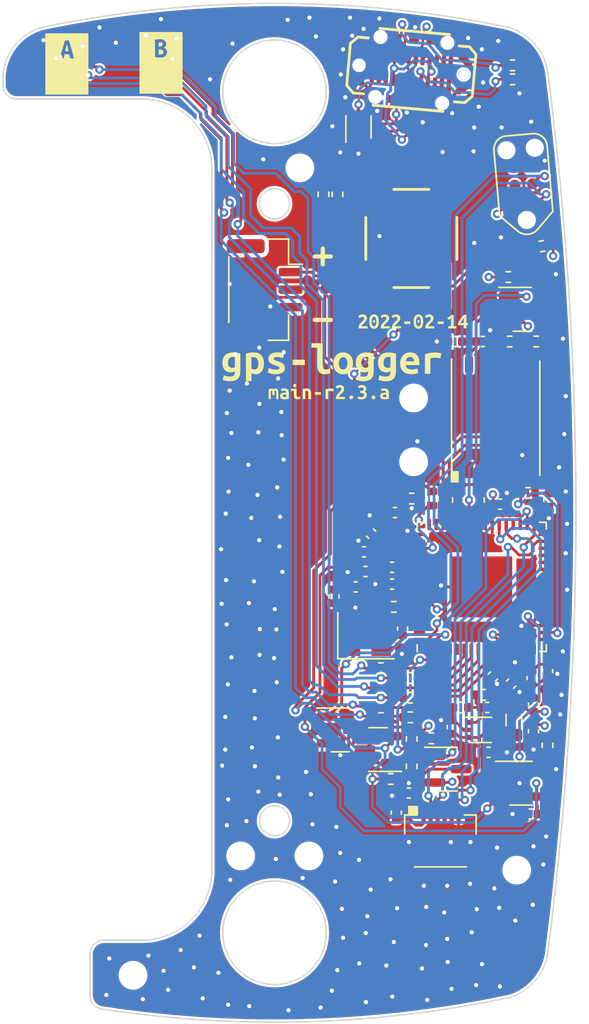
<source format=kicad_pcb>
(kicad_pcb (version 20221018) (generator pcbnew)
  (title_block (title "gps-logger-main") (date "2022-02-14") (rev "r2.3.a") (company "Greg Davill"))
  (layers (0 "F.Cu" signal) (1 "In1.Cu" signal) (2 "In2.Cu" signal) (31 "B.Cu" signal) (34 "B.Paste" user) (35 "F.Paste" user) (36 "B.SilkS" user "B.Silkscreen") (37 "F.SilkS" user "F.Silkscreen") (38 "B.Mask" user) (39 "F.Mask" user) (44 "Edge.Cuts" user))
  (net 0 "")
  (net 1 "GND")
  (net 2 "Net-(D1-Pad3)")
  (net 3 "Net-(D1-Pad4)")
  (net 4 "Net-(D1-Pad2)")
  (net 5 "Net-(D2-Pad3)")
  (net 6 "Net-(D2-Pad4)")
  (net 7 "Net-(D2-Pad2)")
  (net 8 "/MSP430/msp-usb-data+")
  (net 9 "/MSP430/msp-usb-data-")
  (net 10 "+3V3")
  (net 11 "/MSP430/pp-msp-vcore")
  (net 12 "/MSP430/pp-msp-1v8")
  (net 13 "pp-vbat")
  (net 14 "Net-(C14-Pad2)")
  (net 15 "Net-(F1-Pad1)")
  (net 16 "Net-(F2-Pad2)")
  (net 19 "Net-(J3-PadA5)")
  (net 20 "usb-d+")
  (net 21 "usb-d-")
  (net 27 "Net-(J3-PadB5)")
  (net 32 "Net-(L1-Pad1)")
  (net 33 "batt-sense-en")
  (net 34 "Net-(Q1-Pad3)")
  (net 35 "Net-(Q2-Pad3)")
  (net 36 "Net-(R7-Pad2)")
  (net 37 "batt-sense")
  (net 55 "Net-(C24-Pad1)")
  (net 59 "/MSP430/msp-usb-pu")
  (net 66 "od-chg-status")
  (net 70 "pp-vbus")
  (net 71 "Net-(C22-Pad2)")
  (net 72 "gnss-copi")
  (net 73 "gnss-cipo")
  (net 74 "gnss-pps")
  (net 75 "/MSP430/sbw-rst")
  (net 76 "/MSP430/sbw-test")
  (net 77 "gnss-vcc-en")
  (net 78 "sdmmc-vcc-en")
  (net 79 "button-pwr")
  (net 80 "led-b-r")
  (net 81 "led-b-g")
  (net 82 "led-b-b")
  (net 83 "led-a-r")
  (net 84 "led-a-g")
  (net 85 "led-a-b")
  (net 86 "sdmmc-cs")
  (net 87 "Net-(R23-Pad2)")
  (net 88 "sdmmc-clk")
  (net 89 "Net-(R24-Pad2)")
  (net 90 "sdmmc-copi")
  (net 91 "Net-(R25-Pad2)")
  (net 92 "sdmmc-cipo")
  (net 93 "Net-(R26-Pad2)")
  (net 94 "Net-(C25-Pad1)")
  (net 98 "gnss-vbackup")
  (net 99 "Net-(C17-Pad2)")
  (net 100 "Net-(C18-Pad2)")
  (net 101 "Net-(C20-Pad1)")
  (footprint "gps-logger:EVQ_switch" (layer "F.Cu") (at 161.25 82.975 180)
    (fp_text reference "SW1" hide)
    (fp_text value "SW_Push" hide)
  )
  (footprint "gps-logger:gsd_logo_small" (layer "F.Cu") (at 146.375 70.6)
    (fp_text reference "G***" hide)
    (fp_text value "LOGO" hide)
  )
  (footprint "gps-logger:oshw_small" (layer "F.Cu") (at 149.675 67.55)
    (fp_text reference "G***" hide)
    (fp_text value "LOGO" hide)
  )
  (footprint "gps-logger:0404LED_RGB" (layer "F.Cu") (at 136.7125 71.275)
    (fp_text reference "D1" hide)
    (fp_text value "LED_ABGR" hide)
  )
  (footprint "gps-logger:0404LED_RGB" (layer "F.Cu") (at 143.375 71.275)
    (fp_text reference "D2" hide)
    (fp_text value "LED_ABGR" hide)
  )
  (footprint "gps-logger:M1.6_Mounting Hole" (layer "F.Cu") (at 153.2875 77.9375)
    (fp_text reference "REF**" hide)
    (fp_text value "M1.6_Mounting Hole" hide)
  )
  (footprint "gps-logger:M1.6_Mounting Hole" (layer "F.Cu") (at 149.062501 127.0125)
    (fp_text reference "REF**" hide)
    (fp_text value "M1.6_Mounting Hole" hide)
  )
  (footprint "gps-logger:M1.6_Mounting Hole" (layer "F.Cu") (at 153.9375 127.0125)
    (fp_text reference "REF**" hide)
    (fp_text value "M1.6_Mounting Hole" hide)
  )
  (footprint "gps-logger:M1.6_Mounting Hole" (layer "F.Cu") (at 161.4125 98.899999)
    (fp_text reference "REF**" hide)
    (fp_text value "M1.6_Mounting Hole" hide)
  )
  (footprint "gps-logger:M1.6_Mounting Hole" (layer "F.Cu") (at 161.4125 94.35)
    (fp_text reference "REF**" hide)
    (fp_text value "M1.6_Mounting Hole" hide)
  )
  (footprint "gps-logger:usbc_vert_10132328" (layer "F.Cu") (at 161.25 70.95 -5)
    (fp_text reference "J3" hide)
    (fp_text value "USB_C_Receptacle" hide)
  )
  (footprint "Capacitor_SMD:C_0402_1005Metric" (layer "F.Cu") (at 167.575 101.925)
    (fp_text reference "C3" hide)
    (fp_text value "0.1uF" hide)
  )
  (footprint "Capacitor_SMD:C_0402_1005Metric" (layer "F.Cu") (at 164.375 90.325 180)
    (fp_text reference "C23" hide)
    (fp_text value "4.7uF" hide)
  )
  (footprint "Capacitor_SMD:C_0402_1005Metric" (layer "F.Cu") (at 169.975 116.225 90)
    (fp_text reference "C15" hide)
    (fp_text value "4.7uF" hide)
  )
  (footprint "Resistor_SMD:R_0402_1005Metric" (layer "F.Cu") (at 159.775 121.525 180)
    (fp_text reference "R11" hide)
    (fp_text value "47k" hide)
  )
  (footprint "Resistor_SMD:R_0402_1005Metric" (layer "F.Cu") (at 161.175 115.725 180)
    (fp_text reference "R16" hide)
    (fp_text value "220R" hide)
  )
  (footprint "Package_TO_SOT_SMD:SOT-23-5" (layer "F.Cu") (at 169.075 121.825)
    (fp_text reference "U3" hide)
    (fp_text value "MCP73832" hide)
  )
  (footprint "Resistor_SMD:R_0402_1005Metric" (layer "F.Cu") (at 164.775 116.425)
    (fp_text reference "R10" hide)
    (fp_text value "47k" hide)
  )
  (footprint "Capacitor_SMD:C_0402_1005Metric" (layer "F.Cu") (at 160.175 123.925 90)
    (fp_text reference "C19" hide)
    (fp_text value "4.7uF" hide)
  )
  (footprint "Resistor_SMD:R_0402_1005Metric" (layer "F.Cu") (at 160 109.25)
    (fp_text reference "R8" hide)
    (fp_text value "1M" hide)
  )
  (footprint "Capacitor_SMD:C_0402_1005Metric" (layer "F.Cu") (at 159.875 107.625)
    (fp_text reference "C8" hide)
    (fp_text value "0.1uF" hide)
  )
  (footprint "Capacitor_SMD:C_0402_1005Metric" (layer "F.Cu") (at 166.775 119.625)
    (fp_text reference "C12" hide)
    (fp_text value "100nF" hide)
  )
  (footprint "Resistor_SMD:R_0402_1005Metric" (layer "F.Cu") (at 159.074999 115.025 180)
    (fp_text reference "R21" hide)
    (fp_text value "220R" hide)
  )
  (footprint "kibuzzard-6209DC92" (layer "F.Cu") (at 143.375 70.45)
    (fp_text reference "kibuzzard-6209DC92" hide)
    (fp_text value "G***" hide)
  )
  (footprint "Capacitor_SMD:C_0402_1005Metric" (layer "F.Cu") (at 169.775 124.025 180)
    (fp_text reference "C11" hide)
    (fp_text value "4.7uF" hide)
  )
  (footprint "Capacitor_SMD:C_0402_1005Metric" (layer "F.Cu") (at 167.075 114.225 -135)
    (fp_text reference "C4" hide)
    (fp_text value "0.1uF" hide)
  )
  (footprint "Capacitor_SMD:C_0402_1005Metric" (layer "F.Cu") (at 157.275 107.825 180)
    (fp_text reference "C9" hide)
    (fp_text value "4.7uF" hide)
  )
  (footprint "kibuzzard-6209DBB7" (layer "F.Cu") (at 155.35 93.9)
    (fp_text reference "kibuzzard-6209DBB7" hide)
    (fp_text value "G***" hide)
  )
  (footprint "Resistor_SMD:R_0402_1005Metric" (layer "F.Cu") (at 159.075 116.425 180)
    (fp_text reference "R17" hide)
    (fp_text value "220R" hide)
  )
  (footprint "gps-logger:LGA-8_8x6_Pitch1.27mm" (layer "F.Cu") (at 167.275 95.725 90)
    (fp_text reference "U5" hide)
    (fp_text value "XTSDxxG" hide)
  )
  (footprint "Inductor_SMD:L_0805_2012Metric" (layer "F.Cu") (at 168.575 117.325 90)
    (fp_text reference "L1" hide)
    (fp_text value "2.2uH" hide)
  )
  (footprint "Resistor_SMD:R_0402_1005Metric" (layer "F.Cu") (at 161.175 114.325 180)
    (fp_text reference "R20" hide)
    (fp_text value "220R" hide)
  )
  (footprint "Package_TO_SOT_SMD:SOT-23" (layer "F.Cu") (at 158.875 119.425 180)
    (fp_text reference "Q2" hide)
    (fp_text value "AP3401" hide)
  )
  (footprint "Capacitor_SMD:C_0402_1005Metric" (layer "F.Cu") (at 169.974999 118.125 -90)
    (fp_text reference "C16" hide)
    (fp_text value "4.7uF" hide)
  )
  (footprint "Capacitor_SMD:C_0402_1005Metric" (layer "F.Cu") (at 164.175001 117.825 90)
    (fp_text reference "C13" hide)
    (fp_text value "4.7uF" hide)
  )
  (footprint "kibuzzard-616D4B20" (layer "F.Cu") (at 155.575 91.8)
    (fp_text reference "kibuzzard-616D4B20" hide)
    (fp_text value "G***" hide)
  )
  (footprint "Package_TO_SOT_SMD:SOT-666" (layer "F.Cu") (at 166.175 118.025)
    (fp_text reference "U4" hide)
    (fp_text value "TLV62569DRL" hide)
  )
  (footprint "Resistor_SMD:R_0402_1005Metric" (layer "F.Cu") (at 159.075 113.625 180)
    (fp_text reference "R19" hide)
    (fp_text value "220R" hide)
  )
  (footprint "gps-logger:M1.6_Mounting Hole" (layer "F.Cu") (at 168.775 128.025)
    (fp_text reference "REF**" hide)
    (fp_text value "M1.6_Mounting Hole" hide)
  )
  (footprint "Resistor_SMD:R_0402_1005Metric" (layer "F.Cu") (at 161.275 101.524999)
    (fp_text reference "R3" hide)
    (fp_text value "470k" hide)
  )
  (footprint "Resistor_SMD:R_0402_1005Metric" (layer "F.Cu") (at 168.475 70.625)
    (fp_text reference "R5" hide)
    (fp_text value "5.1k" hide)
  )
  (footprint "Capacitor_SMD:C_0402_1005Metric" (layer "F.Cu") (at 161.075 122.525)
    (fp_text reference "C18" hide)
    (fp_text value "0.1uF" hide)
  )
  (footprint "Capacitor_SMD:C_0402_1005Metric" (layer "F.Cu") (at 158.375 104.025 135)
    (fp_text reference "C2" hide)
    (fp_text value "10pF" hide)
  )
  (footprint "Fuse:Fuse_0402_1005Metric" (layer "F.Cu") (at 155.075 86.125 90)
    (fp_text reference "F2" hide)
    (fp_text value "0.5A" hide)
  )
  (footprint "Package_DFN_QFN:QFN-64-1EP_9x9mm_P0.5mm_EP4.35x4.35mm" (layer "F.Cu") (at 166.275 107.825 90)
    (fp_text reference "U1" hide)
    (fp_text value "MSP430F5514" hide)
  )
  (footprint "Package_TO_SOT_SMD:SOT-666" (layer "F.Cu") (at 157.475 75.025 90)
    (fp_text reference "U2" hide)
    (fp_text value "UAT56A05L05" hide)
  )
  (footprint "Resistor_SMD:R_0402_1005Metric" (layer "F.Cu") (at 170.975 119.125 -90)
    (fp_text reference "R7" hide)
    (fp_text value "10k" hide)
  )
  (footprint "Resistor_SMD:R_0402_1005Metric" (layer "F.Cu") (at 170.575 83.525001 9)
    (fp_text reference "R22" hide)
    (fp_text value "47k" hide)
  )
  (footprint "Resistor_SMD:R_0402_1005Metric" (layer "F.Cu") (at 162.775 101.525 -90)
    (fp_text reference "R4" hide)
    (fp_text value "1.4k" hide)
  )
  (footprint "Package_TO_SOT_SMD:SOT-23" (layer "F.Cu") (at 156.175 118.025)
    (fp_text reference "Q1" hide)
    (fp_text value "AP3400" hide)
  )
  (footprint "Resistor_SMD:R_0402_1005Metric" (layer "F.Cu") (at 168.475 71.625)
    (fp_text reference "R6" hide)
    (fp_text value "5.1k" hide)
  )
  (footprint "Capacitor_SMD:C_0402_1005Metric" (layer "F.Cu") (at 171.075 101.625 90)
    (fp_text reference "C17" hide)
    (fp_text value "0.1uF" hide)
  )
  (footprint "Resistor_SMD:R_0402_1005Metric" (layer "F.Cu") (at 170.175 90.325 180)
    (fp_text reference "R25" hide)
    (fp_text value "22R" hide)
  )
  (footprint "Resistor_SMD:R_0402_1005Metric" (layer "F.Cu") (at 161.275 120.625 90)
    (fp_text reference "R13" hide)
    (fp_text value "100k" hide)
  )
  (footprint "Package_TO_SOT_SMD:SOT-23" (layer "F.Cu") (at 163.875 120.825)
    (fp_text reference "Q3" hide)
    (fp_text value "AP3401" hide)
  )
  (footprint "Resistor_SMD:R_0402_1005Metric" (layer "F.Cu") (at 155.975 79.825 -90)
    (fp_text reference "R1" hide)
    (fp_text value "22R" hide)
  )
  (footprint "Capacitor_SMD:C_0402_1005Metric" (layer "F.Cu") (at 160.625 110.8 -90)
    (fp_text reference "C25" hide)
    (fp_text value "18pF" hide)
  )
  (footprint "Capacitor_SMD:C_0402_1005Metric" (layer "F.Cu") (at 157.975 106.725 180)
    (fp_text reference "C20" hide)
    (fp_text value "4.7uF" hide)
  )
  (footprint "Capacitor_SMD:C_0402_1005Metric" (layer "F.Cu") (at 155.725 108.5 90)
    (fp_text reference "C24" hide)
    (fp_text value "18pF" hide)
  )
  (footprint "Capacitor_SMD:C_0402_1005Metric" (layer "F.Cu") (at 159.875 106.425)
    (fp_text reference "C21" hide)
    (fp_text value "0.1uF" hide)
  )
  (footprint "kibuzzard-6209DC67" (layer "F.Cu") (at 136.65 70.525)
    (fp_text reference "kibuzzard-6209DC67" hide)
    (fp_text value "G***" hide)
  )
  (footprint "gps-logger:TC2030-NL_SMALL" (layer "F.Cu") (at 169.275 79.125 95)
    (fp_text reference "J2" hide)
    (fp_text value "tag-connect" hide)
  )
  (footprint "Capacitor_SMD:C_0402_1005Metric" (layer "F.Cu") (at 166.675 116.424999 180)
    (fp_text reference "C14" hide)
    (fp_text value "6.8pF" hide)
  )
  (footprint "Capacitor_SMD:C_0402_1005Metric" (layer "F.Cu") (at 166.355 90.325 180)
    (fp_text reference "C22" hide)
    (fp_text value "0.1uF" hide)
  )
  (footprint "kibuzzard-6209DBEB" (layer "F.Cu") (at 161.375 88.9)
    (fp_text reference "kibuzzard-6209DBEB" hide)
    (fp_text value "G***" hide)
  )
  (footprint "Resistor_SMD:R_0402_1005Metric" (layer "F.Cu") (at 154.975 79.825 -90)
    (fp_text reference "R2" hide)
    (fp_text value "22R" hide)
  )
  (footprint "Capacitor_SMD:C_0402_1005Metric" (layer "F.Cu") (at 168.375 114.725 -135)
    (fp_text reference "C5" hide)
    (fp_text value "0.1uF" hide)
  )
  (footprint "Capacitor_SMD:C_0402_1005Metric" (layer "F.Cu") (at 160.075 102.525)
    (fp_text reference "C1" hide)
    (fp_text value "10pF" hide)
  )
  (footprint "Package_TO_SOT_SMD:SOT-23" (layer "F.Cu") (at 169.175 88.025)
    (fp_text reference "Q4" hide)
    (fp_text value "AP3401" hide)
  )
  (footprint "Resistor_SMD:R_0402_1005Metric" (layer "F.Cu") (at 169.575 101.125)
    (fp_text reference "R14" hide)
    (fp_text value "22R" hide)
  )
  (footprint "Resistor_SMD:R_0402_1005Metric" (layer "F.Cu") (at 166.075 101.625 90)
    (fp_text reference "R24" hide)
    (fp_text value "22R" hide)
  )
  (footprint "Resistor_SMD:R_0402_1005Metric" (layer "F.Cu") (at 168.275 90.325)
    (fp_text reference "R26" hide)
    (fp_text value "22R" hide)
  )
  (footprint "Resistor_SMD:R_0402_1005Metric" (layer "F.Cu") (at 166.375 115.525)
    (fp_text reference "R9" hide)
    (fp_text value "210K" hide)
  )
  (footprint "Resistor_SMD:R_0402_1005Metric" (layer "F.Cu") (at 161.275 118.665 90)
    (fp_text reference "R12" hide)
    (fp_text value "100k" hide)
  )
  (footprint "Crystal:Crystal_SMD_Abracon_ABM8G-4Pin_3.2x2.5mm" (layer "F.Cu") (at 158 111.3)
    (fp_text reference "Y1" hide)
    (fp_text value "8MHz" hide)
  )
  (footprint "Resistor_SMD:R_0402_1005Metric" (layer "F.Cu") (at 164.575 101.625 90)
    (fp_text reference "R23" hide)
    (fp_text value "22R" hide)
  )
  (footprint "Resistor_SMD:R_0402_1005Metric" (layer "F.Cu") (at 162.675 118.625 180)
    (fp_text reference "R15" hide)
    (fp_text value "47k" hide)
  )
  (footprint "Capacitor_SMD:C_0402_1005Metric" (layer "F.Cu") (at 157.875 105.325 180)
    (fp_text reference "C10" hide)
    (fp_text value "100nF" hide)
  )
  (footprint "Resistor_SMD:R_0402_1005Metric" (layer "F.Cu") (at 168.175 85.725 180)
    (fp_text reference "R27" hide)
    (fp_text value "47k" hide)
  )
  (footprint "Capacitor_SMD:C_0402_1005Metric" (layer "F.Cu") (at 170.974999 113.825 90)
    (fp_text reference "C6" hide)
    (fp_text value "0.1uF" hide)
  )
  (footprint "Resistor_SMD:R_0402_1005Metric" (layer "F.Cu") (at 161.175 117.125 180)
    (fp_text reference "R18" hide)
    (fp_text value "220R" hide)
  )
  (footprint "Fuse:Fuse_0402_1005Metric" (layer "F.Cu") (at 161.975 75.625)
    (fp_text reference "F1" hide)
    (fp_text value "0.5A" hide)
  )
  (footprint "gps-logger:Hirose_FH34SRJ-16S-0.5SH_1x16-1MP_P0.50mm_Horizontal" (layer "F.Cu") (at 163.375 125.525)
    (fp_text reference "J1" hide)
    (fp_text value "gnss-conn" hide)
  )
  (footprint "Capacitor_SMD:C_0402_1005Metric" (layer "F.Cu") (at 169.875 114.325 -90)
    (fp_text reference "C7" hide)
    (fp_text value "4.7uF" hide)
  )
  (footprint "gps-logger:M1.6_Mounting Hole" (layer "F.Cu") (at 141.375 135.525)
    (fp_text reference "REF**" hide)
    (fp_text value "M1.6_Mounting Hole" hide)
  )
  (footprint "Connector_JST:JST_GH_SM03B-GHS-TB_1x03-1MP_P1.25mm_Horizontal" (layer "F.Cu") (at 150.775 86.625 -90)
    (fp_text reference "J4" hide)
    (fp_text value "Conn_01x03_MountingPin" hide)
  )
  (footprint "gps-logger:Fiducial_1mm_Dia_2.54mm_Outer_CopperBottom" (layer "B.Cu") (at 146.55 68.125)
    (fp_text reference "REF**" hide)
    (fp_text value "Fiducial_1mm_Dia_2.54mm_Outer_CopperBottom" hide)
  )
  (footprint "gps-logger:Fiducial_1mm_Dia_2.54mm_Outer_CopperBottom" (layer "B.Cu") (at 168.5625 134.1625)
    (fp_text reference "REF**" hide)
    (fp_text value "Fiducial_1mm_Dia_2.54mm_Outer_CopperBottom" hide)
  )
  (gr_circle (center 151.480119 72.513078) (end 147.786348 72.513078) (stroke (width 0.1)) (fill none) (layer "Edge.Cuts"))
  (gr_circle (center 151.480119 80.5) (end 150.408302 80.5) (stroke (width 0.1)) (fill none) (layer "Edge.Cuts"))
  (gr_circle (center 151.480119 132.493771) (end 147.786348 132.493771) (stroke (width 0.1)) (fill none) (layer "Edge.Cuts"))
  (gr_circle (center 151.480119 124.5) (end 150.408302 124.5) (stroke (width 0.1)) (fill none) (layer "Edge.Cuts"))
  (gr_arc (start 167.91738 67.853856) (mid 169.988802 69.027331) (end 171.00648 71.179577) (stroke (width 0.1)) (layer "Edge.Cuts"))
  (gr_arc (start 170.99458 133.937766) (mid 170.104035 135.897351) (end 168.31633 137.096166) (stroke (width 0.1)) (layer "Edge.Cuts"))
  (gr_arc (start 135.15395 67.853726) (mid 151.535672 66.206774) (end 167.91738 67.853856) (stroke (width 0.1)) (layer "Edge.Cuts"))
  (gr_arc (start 139.153743 137.932633) (mid 138.545521 137.595845) (end 138.30384 136.943962) (stroke (width 0.1)) (layer "Edge.Cuts"))
  (gr_arc (start 138.30384 134.025566) (mid 138.596733 133.318459) (end 139.30384 133.025566) (stroke (width 0.1)) (layer "Edge.Cuts"))
  (gr_arc (start 147.00648 128.025566) (mid 145.542014 131.5611) (end 142.00648 133.025566) (stroke (width 0.1)) (layer "Edge.Cuts"))
  (gr_arc (start 168.31633 137.096166) (mid 153.773004 138.838088) (end 139.153743 137.932633) (stroke (width 0.1)) (layer "Edge.Cuts"))
  (gr_line (start 138.30384 134.025566) (end 138.30384 136.943962) (stroke (width 0.1)) (layer "Edge.Cuts"))
  (gr_line (start 147.00648 78.025566) (end 147.00648 128.025566) (stroke (width 0.1)) (layer "Edge.Cuts"))
  (gr_line (start 142.00648 133.025566) (end 139.30384 133.025566) (stroke (width 0.1)) (layer "Edge.Cuts"))
  (gr_arc (start 171.00648 71.179577) (mid 173.006367 102.559052) (end 170.99458 133.937766) (stroke (width 0.1)) (layer "Edge.Cuts"))
  (gr_arc (start 142.00648 73.025566) (mid 145.542014 74.490032) (end 147.00648 78.025566) (stroke (width 0.1)) (layer "Edge.Cuts"))
  (gr_line (start 133.085674 73.025566) (end 142.006479 73.025566) (stroke (width 0.1)) (layer "Edge.Cuts"))
  (gr_arc (start 132.084671 71.402183) (mid 133.012199 69.102826) (end 135.15395 67.853726) (stroke (width 0.1)) (layer "Edge.Cuts"))
  (gr_arc (start 133.085674 73.025566) (mid 132.379135 72.73324) (end 132.085675 72.027172) (stroke (width 0.1)) (layer "Edge.Cuts"))
  (gr_line (start 132.084671 71.402184) (end 132.085675 72.027172) (stroke (width 0.1)) (layer "Edge.Cuts"))
  (gr_text "+" (at 154.925 84.15) (layer "F.SilkS") (effects (font (size 1.5 1.5) (thickness 0.3))))
  (gr_text "-" (at 154.925 88.675) (layer "F.SilkS") (effects (font (size 1.5 1.5) (thickness 0.3))))
  (segment (start 160.175 123.445) (end 160.175 122.945) (width 0.2) (layer "F.Cu") (net 1))
  (segment (start 151.225 87.875) (end 151.175 87.825) (width 0.2) (layer "F.Cu") (net 1))
  (segment (start 168.975 115.325) (end 169.555 115.325) (width 0.2) (layer "F.Cu") (net 1))
  (segment (start 159.867185 72.987232) (end 159.7875 73.7125) (width 0.2) (layer "F.Cu") (net 1))
  (segment (start 152.625 87.875) (end 151.225 87.875) (width 0.2) (layer "F.Cu") (net 1))
  (segment (start 164.175 117.345) (end 164.175 116.515) (width 0.2) (layer "F.Cu") (net 1))
  (segment (start 151.175 87.825) (end 149.475 87.825) (width 0.2) (layer "F.Cu") (net 1))
  (segment (start 169.796896 77.804489) (end 170.395511 77.804489) (width 0.2) (layer "F.Cu") (net 1))
  (segment (start 164.923479 72.275208) (end 165.8 71.6) (width 0.2) (layer "F.Cu") (net 1))
  (segment (start 161.275 121.135) (end 161.275 121.611415) (width 0.2) (layer "F.Cu") (net 1))
  (segment (start 167.025 102.840006) (end 167.207503 102.657503) (width 0.2) (layer "F.Cu") (net 1))
  (segment (start 164.175 69.812499) (end 164.5 69.4875) (width 0.2) (layer "F.Cu") (net 1))
  (segment (start 160.625 111.525) (end 160 112.15) (width 0.2) (layer "F.Cu") (net 1))
  (segment (start 158.216666 72.25) (end 158 72.575) (width 0.2) (layer "F.Cu") (net 1))
  (segment (start 171.075 102.105) (end 171.075 102.925) (width 0.2) (layer "F.Cu") (net 1))
  (segment (start 166.275 105.025) (end 166.275 107.825) (width 0.2) (layer "F.Cu") (net 1))
  (segment (start 164.575 125.125) (end 164.075 125.625) (width 0.2) (layer "F.Cu") (net 1))
  (segment (start 157.395 105.325) (end 157.395 104.605) (width 0.2) (layer "F.Cu") (net 1))
  (segment (start 167.207503 102.657503) (end 167.642497 102.657503) (width 0.2) (layer "F.Cu") (net 1))
  (segment (start 160.125 112.15) (end 159.1 112.15) (width 0.2) (layer "F.Cu") (net 1))
  (segment (start 160.175 122.945) (end 160.095 122.945) (width 0.2) (layer "F.Cu") (net 1))
  (segment (start 168.055 102.025) (end 168.055 101.145) (width 0.2) (layer "F.Cu") (net 1))
  (segment (start 165.625 127.12) (end 165.625 126.175) (width 0.2) (layer "F.Cu") (net 1))
  (segment (start 162.225 73.875) (end 162.225 74.525) (width 0.2) (layer "F.Cu") (net 1))
  (segment (start 170.975 118.615) (end 169.985 118.615) (width 0.2) (layer "F.Cu") (net 1))
  (segment (start 165.8 70.95) (end 165.097791 70.282818) (width 0.2) (layer "F.Cu") (net 1))
  (segment (start 165.8 71.6) (end 165.8 70.95) (width 0.2) (layer "F.Cu") (net 1))
  (segment (start 168.055 102.245) (end 168.055 102.025) (width 0.2) (layer "F.Cu") (net 1))
  (segment (start 161.275 102.225) (end 161.475 102.225) (width 0.2) (layer "F.Cu") (net 1))
  (segment (start 169.025 112.274999) (end 169.025 112.827178) (width 0.2) (layer "F.Cu") (net 1))
  (segment (start 164.175 117.345) (end 163.395 117.345) (width 0.2) (layer "F.Cu") (net 1))
  (segment (start 160 112.15) (end 159.1 112.15) (width 0.2) (layer "F.Cu") (net 1))
  (segment (start 168.985 72.615) (end 168.975 72.624999) (width 0.2) (layer "F.Cu") (net 1))
  (segment (start 168.651089 113.201089) (end 168.651089 113.483905) (width 0.2) (layer "F.Cu") (net 1))
  (segment (start 160.625 111.28) (end 160.625 111.525) (width 0.2) (layer "F.Cu") (net 1))
  (segment (start 169.18 99.475) (end 169.18 98.43) (width 0.2) (layer "F.Cu") (net 1))
  (segment (start 169.112229 110.606109) (end 169.356109 110.606109) (width 0.2) (layer "F.Cu") (net 1))
  (segment (start 167.025 104.275) (end 166.275 105.025) (width 0.2) (layer "F.Cu") (net 1))
  (segment (start 161.825001 104.075) (end 161.225 104.075) (width 0.2) (layer "F.Cu") (net 1))
  (segment (start 164.061439 70.367818) (end 164.175 69.812499) (width 0.2) (layer "F.Cu") (net 1))
  (segment (start 161.125 127.12) (end 161.125 126.075) (width 0.2) (layer "F.Cu") (net 1))
  (segment (start 171.395 114.305) (end 171.675 114.025) (width 0.2) (layer "F.Cu") (net 1))
  (segment (start 163.225 107.575) (end 163.375 107.725) (width 0.2) (layer "F.Cu") (net 1))
  (segment (start 149.425 89.725) (end 149.425 87.775) (width 0.2) (layer "F.Cu") (net 1))
  (segment (start 156.795 106.87) (end 156.795 107.825) (width 0.2) (layer "F.Cu") (net 1))
  (segment (start 162.7125 68.35) (end 162.875 68.025) (width 0.2) (layer "F.Cu") (net 1))
  (segment (start 161.275 121.611415) (end 161.070043 121.816372) (width 0.2) (layer "F.Cu") (net 1))
  (segment (start 168.651089 113.483905) (end 168.035589 114.099405) (width 0.2) (layer "F.Cu") (net 1))
  (segment (start 169.875 114.805) (end 170.295 114.805) (width 0.2) (layer "F.Cu") (net 1))
  (segment (start 164.625 124.125) (end 164.625 125.075) (width 0.2) (layer "F.Cu") (net 1))
  (segment (start 164.295 117.345) (end 164.175 117.345) (width 0.2) (layer "F.Cu") (net 1))
  (segment (start 166.914236 114.743058) (end 166.735589 114.564411) (width 0.2) (layer "F.Cu") (net 1))
  (segment (start 170.975 114.305) (end 171.395 114.305) (width 0.2) (layer "F.Cu") (net 1))
  (segment (start 168.985 71.625) (end 168.985 72.615) (width 0.2) (layer "F.Cu") (net 1))
  (segment (start 163.475 107.825) (end 163.375 107.725) (width 0.2) (layer "F.Cu") (net 1))
  (segment (start 158.325 72.087501) (end 158.216666 72.25) (width 0.2) (layer "F.Cu") (net 1))
  (segment (start 162.225 74.525) (end 162.0625 74.6875) (width 0.2) (layer "F.Cu") (net 1))
  (segment (start 161.062615 73.091819) (end 160.989223 73.930683) (width 0.2) (layer "F.Cu") (net 1))
  (segment (start 159 86.375) (end 159 82.8375) (width 0.2) (layer "F.Cu") (net 1))
  (segment (start 165.25 118.025) (end 164.975 118.025) (width 0.2) (layer "F.Cu") (net 1))
  (segment (start 159 82.8375) (end 158.975 82.8125) (width 0.2) (layer "F.Cu") (net 1))
  (segment (start 160.095 122.945) (end 159.875 122.725) (width 0.2) (layer "F.Cu") (net 1))
  (segment (start 169.356109 110.606109) (end 170.025 111.275) (width 0.2) (layer "F.Cu") (net 1))
  (segment (start 155.725 107.475) (end 156.425 106.775) (width 0.2) (layer "F.Cu") (net 1))
  (segment (start 164.923479 72.275208) (end 164.0125 72.9) (width 0.2) (layer "F.Cu") (net 1))
  (segment (start 156.7 70.95) (end 156.699999 70.3) (width 0.2) (layer "F.Cu") (net 1))
  (segment (start 160.975 102.525) (end 160.555 102.525) (width 0.2) (layer "F.Cu") (net 1))
  (segment (start 170.395511 77.804489) (end 170.775 77.425) (width 0.2) (layer "F.Cu") (net 1))
  (segment (start 169.025 112.827178) (end 168.651089 113.201089) (width 0.2) (layer "F.Cu") (net 1))
  (segment (start 161.785 101.915) (end 161.785 101.525) (width 0.2) (layer "F.Cu") (net 1))
  (segment (start 161.825 107.575) (end 163.225 107.575) (width 0.2) (layer "F.Cu") (net 1))
  (segment (start 156.7 106.775) (end 156.795 106.87) (width 0.2) (layer "F.Cu") (net 1))
  (segment (start 156.7 106.775) (end 156.75 106.725) (width 0.2) (layer "F.Cu") (net 1))
  (segment (start 161.521098 67.909557) (end 161.515601 67.91417) (width 0.2) (layer "F.Cu") (net 1))
  (segment (start 157.402209 71.617182) (end 156.7 70.95) (width 0.2) (layer "F.Cu") (net 1))
  (segment (start 155.725 108.02) (end 155.725 107.475) (width 0.2) (layer "F.Cu") (net 1))
  (segment (start 167.025 103.375) (end 167.025 102.840006) (width 0.2) (layer "F.Cu") (net 1))
  (segment (start 164.975 118.025) (end 164.295 117.345) (width 0.2) (layer "F.Cu") (net 1))
  (segment (start 162.632815 68.912768) (end 162.7125 68.35) (width 0.2) (layer "F.Cu") (net 1))
  (segment (start 165.625 126.175) (end 165.475 126.025) (width 0.2) (layer "F.Cu") (net 1))
  (segment (start 164.0125 72.9) (end 164.175 73.225) (width 0.2) (layer "F.Cu") (net 1))
  (segment (start 158.65 69.325) (end 158.4875 69) (width 0.2) (layer "F.Cu") (net 1))
  (segment (start 159 79.575) (end 159 82.7875) (width 0.2) (layer "F.Cu") (net 1))
  (segment (start 156.699999 70.3) (end 157.576521 69.624792) (width 0.2) (layer "F.Cu") (net 1))
  (segment (start 168.035589 114.099405) (end 168.035589 115.064411) (width 0.2) (layer "F.Cu") (net 1))
  (segment (start 161.125 126.075) (end 161.075 126.025) (width 0.2) (layer "F.Cu") (net 1))
  (segment (start 166.275 107.825) (end 163.475 107.825) (width 0.2) (layer "F.Cu") (net 1))
  (segment (start 156.025 118.975) (end 156.175 119.124999) (width 0.2) (layer "F.Cu") (net 1))
  (segment (start 161.275 102.225) (end 160.975 102.525) (width 0.2) (layer "F.Cu") (net 1))
  (segment (start 161.515601 67.91417) (end 161.437385 68.808181) (width 0.2) (layer "F.Cu") (net 1))
  (segment (start 170.025 111.275) (end 170.025 112.275) (width 0.2) (layer "F.Cu") (net 1))
  (segment (start 159.395 107.625) (end 159.395 106.425) (width 0.2) (layer "F.Cu") (net 1))
  (segment (start 162.258049 73.196403) (end 162.225 73.875) (width 0.2) (layer "F.Cu") (net 1))
  (segment (start 149.475 87.825) (end 149.425 87.775) (width 0.2) (layer "F.Cu") (net 1))
  (segment (start 158.035589 102.964411) (end 158.035589 103.685589) (width 0.2) (layer "F.Cu") (net 1))
  (segment (start 170.295 114.805) (end 170.795 114.305) (width 0.2) (layer "F.Cu") (net 1))
  (segment (start 164.075 125.625) (end 164.075 126.025) (width 0.2) (layer "F.Cu") (net 1))
  (segment (start 166.835 89.565) (end 166.875 89.525) (width 0.2) (layer "F.Cu") (net 1))
  (segment (start 167.255 119.625) (end 168.075 119.625) (width 0.2) (layer "F.Cu") (net 1))
  (segment (start 157.25 109.3) (end 156.9 109.65) (width 0.2) (layer "F.Cu") (net 1))
  (segment (start 168.055 101.145) (end 168.075 101.125) (width 0.2) (layer "F.Cu") (net 1))
  (segment (start 169.295 124.025) (end 168.475 124.025) (width 0.2) (layer "F.Cu") (net 1))
  (segment (start 166.835 90.325) (end 166.835 89.565) (width 0.2) (layer "F.Cu") (net 1))
  (segment (start 161.475 102.225) (end 161.785 101.915) (width 0.2) (layer "F.Cu") (net 1))
  (segment (start 168.985 71.625) (end 168.985 70.625) (width 0.2) (layer "F.Cu") (net 1))
  (segment (start 160.989223 73.930683) (end 160.92403 73.985387) (width 0.2) (layer "F.Cu") (net 1))
  (segment (start 156.175 119.124999) (end 156.175 119.425) (width 0.2) (layer "F.Cu") (net 1))
  (segment (start 156.175 119.425) (end 156.175 119.825) (width 0.2) (layer "F.Cu") (net 1))
  (segment (start 163.917632 72.011539) (end 164.0125 72.9) (width 0.2) (layer "F.Cu") (net 1))
  (segment (start 164.175 116.515) (end 164.265 116.425) (width 0.2) (layer "F.Cu") (net 1))
  (segment (start 169.985 118.615) (end 169.975 118.605) (width 0.2) (layer "F.Cu") (net 1))
  (segment (start 156.9 109.65) (end 156.899999 110.45) (width 0.2) (layer "F.Cu") (net 1))
  (segment (start 167.372707 114.743058) (end 166.914236 114.743058) (width 0.2) (layer "F.Cu") (net 1))
  (segment (start 160.241951 68.703597) (end 160.241951 68.281951) (width 0.2) (layer "F.Cu") (net 1))
  (segment (start 158.275 102.725) (end 158.035589 102.964411) (width 0.2) (layer "F.Cu") (net 1))
  (segment (start 163.917632 72.011539) (end 164.061439 70.367818) (width 0.2) (layer "F.Cu") (net 1))
  (segment (start 157.395 104.605) (end 157.475 104.525) (width 0.2) (layer "F.Cu") (net 1))
  (segment (start 155.2375 118.975) (end 156.025 118.975) (width 0.2) (layer "F.Cu") (net 1))
  (segment (start 157.402209 71.617182) (end 158.216666 72.25) (width 0.2) (layer "F.Cu") (net 1))
  (segment (start 158.438561 71.532182) (end 158.582369 69.888461) (width 0.2) (layer "F.Cu") (net 1))
  (segment (start 163.895 90.325) (end 163.075 90.325) (width 0.2) (layer "F.Cu") (net 1))
  (segment (start 160.575 112.6) (end 160.125 112.15) (width 0.2) (layer "F.Cu") (net 1))
  (segment (start 167.9375 121.825) (end 168.975 121.825) (width 0.2) (layer "F.Cu") (net 1))
  (segment (start 167.642497 102.657503) (end 168.055 102.245) (width 0.2) (layer "F.Cu") (net 1))
  (segment (start 156.75 106.725) (end 157.495 106.725) (width 0.2) (layer "F.Cu") (net 1))
  (segment (start 156.425 106.775) (end 156.7 106.775) (width 0.2) (layer "F.Cu") (net 1))
  (segment (start 164.625 125.075) (end 164.575 125.125) (width 0.2) (layer "F.Cu") (net 1))
  (segment (start 169.18 98.43) (end 169.175 98.425) (width 0.2) (layer "F.Cu") (net 1))
  (segment (start 160.175 122.945) (end 160.595 122.525) (width 0.2) (layer "F.Cu") (net 1))
  (segment (start 158.438561 71.532182) (end 158.325 72.087501) (width 0.2) (layer "F.Cu") (net 1))
  (segment (start 169.975 118.605) (end 169.975 119.425) (width 0.2) (layer "F.Cu") (net 1))
  (segment (start 160.241951 68.281951) (end 159.745 67.785) (width 0.2) (layer "F.Cu") (net 1))
  (segment (start 157.576521 69.624792) (end 158.4875 69) (width 0.2) (layer "F.Cu") (net 1))
  (segment (start 169.555 115.325) (end 169.975 115.745) (width 0.2) (layer "F.Cu") (net 1))
  (segment (start 157.475 75.95) (end 157.475 76.925) (width 0.2) (layer "F.Cu") (net 1))
  (segment (start 158.675 107.625) (end 159.395 107.625) (width 0.2) (layer "F.Cu") (net 1))
  (segment (start 170.795 114.305) (end 170.975 114.305) (width 0.2) (layer "F.Cu") (net 1))
  (segment (start 161.225 104.075) (end 160.975 103.825) (width 0.2) (layer "F.Cu") (net 1))
  (segment (start 149.425 87.775) (end 149.425 83.525) (width 0.2) (layer "F.Cu") (net 1))
  (segment (start 163.395 117.345) (end 163.375 117.325) (width 0.2) (layer "F.Cu") (net 1))
  (segment (start 165.097791 70.282818) (end 164.5 69.4875) (width 0.2) (layer "F.Cu") (net 1))
  (segment (start 158.582369 69.888461) (end 158.65 69.325) (width 0.2) (layer "F.Cu") (net 1))
  (segment (start 159 82.7875) (end 158.975 82.8125) (width 0.2) (layer "F.Cu") (net 1))
  (segment (start 167.025 103.375) (end 167.025 104.275) (width 0.2) (layer "F.Cu") (net 1))
  (via (at 151.499804 109.409591) (size 0.6) (drill 0.3) (layers "F.Cu" "B.Cu") (net 1))
  (via (at 165.3125 68.675) (size 0.6) (drill 0.3) (layers "F.Cu" "B.Cu") (net 1))
  (via (at 166.064428 73.577101) (size 0.6) (drill 0.3) (layers "F.Cu" "B.Cu") (net 1))
  (via (at 139.675 134.325) (size 0.6) (drill 0.3) (layers "F.Cu" "B.Cu") (net 1))
  (via (at 163.806971 129.140471) (size 0.6) (drill 0.3) (layers "F.Cu" "B.Cu") (net 1))
  (via (at 161.075 126.025) (size 0.6) (drill 0.3) (layers "F.Cu" "B.Cu") (net 1))
  (via (at 162.0625 74.6875) (size 0.6) (drill 0.3) (layers "F.Cu" "B.Cu") (net 1))
  (via (at 151.636139 114.631603) (size 0.6) (drill 0.3) (layers "F.Cu" "B.Cu") (net 1))
  (via (at 139.475 136.925) (size 0.6) (drill 0.3) (layers "F.Cu" "B.Cu") (net 1))
  (via (at 169.80619 74.650919) (size 0.6) (drill 0.3) (layers "F.Cu" "B.Cu") (net 1))
  (via (at 172.275 101.025) (size 0.6) (drill 0.3) (layers "F.Cu" "B.Cu") (net 1))
  (via (at 151.447438 112.903915) (size 0.6) (drill 0.3) (layers "F.Cu" "B.Cu") (net 1))
  (via (at 167.648867 82.896201) (size 0.6) (drill 0.3) (layers "F.Cu" "B.Cu") (net 1))
  (via (at 151.98959 97.003943) (size 0.6) (drill 0.3) (layers "F.Cu" "B.Cu") (net 1))
  (via (at 171.799939 99.299253) (size 0.6) (drill 0.3) (layers "F.Cu" "B.Cu") (net 1))
  (via (at 148.169338 122.97811) (size 0.6) (drill 0.3) (layers "F.Cu" "B.Cu") (net 1))
  (via (at 163.375 107.725) (size 0.6) (drill 0.3) (layers "F.Cu" "B.Cu") (net 1))
  (via (at 172.075 90.125) (size 0.6) (drill 0.3) (layers "F.Cu" "B.Cu") (net 1))
  (via (at 151.835353 104.948549) (size 0.6) (drill 0.3) (layers "F.Cu" "B.Cu") (net 1))
  (via (at 149.475 124.525) (size 0.6) (drill 0.3) (layers "F.Cu" "B.Cu") (net 1))
  (via (at 167.454002 68.886636) (size 0.6) (drill 0.3) (layers "F.Cu" "B.Cu") (net 1))
  (via (at 157.512262 127.290055) (size 0.6) (drill 0.3) (layers "F.Cu" "B.Cu") (net 1))
  (via (at 144.775 133.725) (size 0.6) (drill 0.3) (layers "F.Cu" "B.Cu") (net 1))
  (via (at 171.075 102.925) (size 0.6) (drill 0.3) (layers "F.Cu" "B.Cu") (net 1))
  (via (at 167.372707 114.743058) (size 0.6) (drill 0.3) (layers "F.Cu" "B.Cu") (net 1))
  (via (at 169.975 119.425) (size 0.6) (drill 0.3) (layers "F.Cu" "B.Cu") (net 1))
  (via (at 150.429704 110.83579) (size 0.6) (drill 0.3) (layers "F.Cu" "B.Cu") (net 1))
  (via (at 161.681065 97.442744) (size 0.6) (drill 0.3) (layers "F.Cu" "B.Cu") (net 1))
  (via (at 157.25 109.3) (size 0.6) (drill 0.3) (layers "F.Cu" "B.Cu") (net 1))
  (via (at 148.675 91.225) (size 0.6) (drill 0.3) (layers "F.Cu" "B.Cu") (net 1))
  (via (at 171.875 116.925) (size 0.6) (drill 0.3) (layers "F.Cu" "B.Cu") (net 1))
  (via (at 150.413842 112.675561) (size 0.6) (drill 0.3) (layers "F.Cu" "B.Cu") (net 1))
  (via (at 149.658538 108.981482) (size 0.6) (drill 0.3) (layers "F.Cu" "B.Cu") (net 1))
  (via (at 158.002724 137.434828) (size 0.6) (drill 0.3) (layers "F.Cu" "B.Cu") (net 1))
  (via (at 156.175 119.825) (size 0.6) (drill 0.3) (layers "F.Cu" "B.Cu") (net 1))
  (via (at 159.886608 137.047072) (size 0.6) (drill 0.3) (layers "F.Cu" "B.Cu") (net 1))
  (via (at 142.075 137.225) (size 0.6) (drill 0.3) (layers "F.Cu" "B.Cu") (net 1))
  (via (at 164.075 126.025) (size 0.6) (drill 0.3) (layers "F.Cu" "B.Cu") (net 1))
  (via (at 147.474023 135.347599) (size 0.6) (drill 0.3) (layers "F.Cu" "B.Cu") (net 1))
  (via (at 148.275 86.225) (size 0.6) (drill 0.3) (layers "F.Cu" "B.Cu") (net 1))
  (via (at 152.143877 91.079749) (size 0.6) (drill 0.3) (layers "F.Cu" "B.Cu") (net 1))
  (via (at 147.658675 105.133459) (size 0.6) (drill 0.3) (layers "F.Cu" "B.Cu") (net 1))
  (via (at 158.109815 131.316091) (size 0.6) (drill 0.3) (layers "F.Cu" "B.Cu") (net 1))
  (via (at 148.175 98.625) (size 0.6) (drill 0.3) (layers "F.Cu" "B.Cu") (net 1))
  (via (at 150.070486 117.196044) (size 0.6) (drill 0.3) (layers "F.Cu" "B.Cu") (net 1))
  (via (at 152.126327 98.746705) (size 0.6) (drill 0.3) (layers "F.Cu" "B.Cu") (net 1))
  (via (at 160.975 103.825) (size 0.6) (drill 0.3) (layers "F.Cu" "B.Cu") (net 1))
  (via (at 143.877892 136.561566) (size 0.6) (drill 0.3) (layers "F.Cu" "B.Cu") (net 1))
  (via (at 147.956953 119.426332) (size 0.6) (drill 0.3) (layers "F.Cu" "B.Cu") (net 1))
  (via (at 148.075 124.825) (size 0.6) (drill 0.3) (layers "F.Cu" "B.Cu") (net 1))
  (via (at 166.375 71.85) (size 0.6) (drill 0.3) (layers "F.Cu" "B.Cu") (net 1))
  (via (at 160.575 112.6) (size 0.6) (drill 0.3) (layers "F.Cu" "B.Cu") (net 1))
  (via (at 163.845518 134.575777) (size 0.6) (drill 0.3) (layers "F.Cu" "B.Cu") (net 1))
  (via (at 149.611946 99.120024) (size 0.6) (drill 0.3) (layers "F.Cu" "B.Cu") (net 1))
  (via (at 165.685651 76.757142) (size 0.6) (drill 0.3) (layers "F.Cu" "B.Cu") (net 1))
  (via (at 156.5375 72.9) (size 0.6) (drill 0.3) (layers "F.Cu" "B.Cu") (net 1))
  (via (at 156.7 106.775) (size 0.6) (drill 0.3) (layers "F.Cu" "B.Cu") (net 1))
  (via (at 156.373379 132.85189) (size 0.6) (drill 0.3) (layers "F.Cu" "B.Cu") (net 1))
  (via (at 146.121634 132.698066) (size 0.6) (drill 0.3) (layers "F.Cu" "B.Cu") (net 1))
  (via (at 166.2875 69.4875) (size 0.6) (drill 0.3) (layers "F.Cu" "B.Cu") (net 1))
  (via (at 147.964877 117.097334) (size 0.6) (drill 0.3) (layers "F.Cu" "B.Cu") (net 1))
  (via (at 150.051505 115.249851) (size 0.6) (drill 0.3) (layers "F.Cu" "B.Cu") (net 1))
  (via (at 172.175 96.925) (size 0.6) (drill 0.3) (layers "F.Cu" "B.Cu") (net 1))
  (via (at 172.275 94.225) (size 0.6) (drill 0.3) (layers "F.Cu" "B.Cu") (net 1))
  (via (at 150.010675 107.426237) (size 0.6) (drill 0.3) (layers "F.Cu" "B.Cu") (net 1))
  (via (at 169.175 98.425) (size 0.6) (drill 0.3) (layers "F.Cu" "B.Cu") (net 1))
  (via (at 151.671273 100.730371) (size 0.6) (drill 0.3) (layers "F.Cu" "B.Cu") (net 1))
  (via (at 143.552018 135.2084) (size 0.6) (drill 0.3) (layers "F.Cu" "B.Cu") (net 1))
  (via (at 166.875 89.525) (size 0.6) (drill 0.3) (layers "F.Cu" "B.Cu") (net 1))
  (via (at 161.275 102.225) (size 0.6) (drill 0.3) (layers "F.Cu" "B.Cu") (net 1))
  (via (at 148.075 95.425) (size 0.6) (drill 0.3) (layers "F.Cu" "B.Cu") (net 1))
  (via (at 148.317918 128.726294) (size 0.6) (drill 0.3) (layers "F.Cu" "B.Cu") (net 1))
  (via (at 170.675 127.625) (size 0.6) (drill 0.3) (layers "F.Cu" "B.Cu") (net 1))
  (via (at 151.739344 92.958018) (size 0.6) (drill 0.3) (layers "F.Cu" "B.Cu") (net 1))
  (via (at 169.926288 130.499986) (size 0.6) (drill 0.3) (layers "F.Cu" "B.Cu") (net 1))
  (via (at 158.975 82.8125) (size 0.6) (drill 0.3) (layers "F.Cu" "B.Cu") (net 1))
  (via (at 150.076771 120.615912) (size 0.6) (drill 0.3) (layers "F.Cu" "B.Cu") (net 1))
  (via (at 147.737239 120.569706) (size 0.6) (drill 0.3) (layers "F.Cu" "B.Cu") (net 1))
  (via (at 164.117155 136.491703) (size 0.6) (drill 0.3) (layers "F.Cu" "B.Cu") (net 1))
  (via (at 148.06217 110.498971) (size 0.6) (drill 0.3) (layers "F.Cu" "B.Cu") (net 1))
  (via (at 144.475 68.725) (size 0.6) (drill 0.3) (layers "F.Cu" "B.Cu") (net 1))
  (via (at 158.8125 73.875) (size 0.6) (drill 0.3) (layers "F.Cu" "B.Cu") (net 1))
  (via (at 172.075 112.425) (size 0.6) (drill 0.3) (layers "F.Cu" "B.Cu") (net 1))
  (via (at 163.075 90.325) (size 0.6) (drill 0.3) (layers "F.Cu" "B.Cu") (net 1))
  (via (at 168.975 121.825) (size 0.6) (drill 0.3) (layers "F.Cu" "B.Cu") (net 1))
  (via (at 162.298408 133.369488) (size 0.6) (drill 0.3) (layers "F.Cu" "B.Cu") (net 1))
  (via (at 163.375 117.325) (size 0.6) (drill 0.3) (layers "F.Cu" "B.Cu") (net 1))
  (via (at 168.475 124.025) (size 0.6) (drill 0.3) (layers "F.Cu" "B.Cu") (net 1))
  (via (at 154.775 137.825) (size 0.6) (drill 0.3) (layers "F.Cu" "B.Cu") (net 1))
  (via (at 168.975 72.624999) (size 0.6) (drill 0.3) (layers "F.Cu" "B.Cu") (net 1))
  (via (at 170.775 77.425) (size 0.6) (drill 0.3) (layers "F.Cu" "B.Cu") (net 1))
  (via (at 161.070043 121.816372) (size 0.6) (drill 0.3) (layers "F.Cu" "B.Cu") (net 1))
  (via (at 158.965 67.285) (size 0.6) (drill 0.3) (layers "F.Cu" "B.Cu") (net 1))
  (via (at 167.175 129.325) (size 0.6) (drill 0.3) (layers "F.Cu" "B.Cu") (net 1))
  (via (at 138.975 67.925) (size 0.6) (drill 0.3) (layers "F.Cu" "B.Cu") (net 1))
  (via (at 157.52558 134.683115) (size 0.6) (drill 0.3) (layers "F.Cu" "B.Cu") (net 1))
  (via (at 151.575 127.225) (size 0.6) (drill 0.3) (layers "F.Cu" "B.Cu") (net 1))
  (via (at 158.347821 129.418673) (size 0.6) (drill 0.3) (layers "F.Cu" "B.Cu") (net 1))
  (via (at 160.232834 130.746749) (size 0.6) (drill 0.3) (layers "F.Cu" "B.Cu") (net 1))
  (via (at 154.073085 122.613482) (size 0.6) (drill 0.3) (layers "F.Cu" "B.Cu") (net 1))
  (via (at 163.482911 76.809256) (size 0.6) (drill 0.3) (layers "F.Cu" "B.Cu") (net 1))
  (via (at 154.428622 68.566815) (size 0.6) (drill 0.3) (layers "F.Cu" "B.Cu") (net 1))
  (via (at 150.384311 104.493763) (size 0.6) (drill 0.3) (layers "F.Cu" "B.Cu") (net 1))
  (via (at 160.000955 133.152539) (size 0.6) (drill 0.3) (layers "F.Cu" "B.Cu") (net 1))
  (via (at 162.146026 129.137984) (size 0.6) (drill 0.3) (layers "F.Cu" "B.Cu") (net 1))
  (via (at 165.556867 132.464251) (size 0.6) (drill 0.3) (layers "F.Cu" "B.Cu") (net 1))
  (via (at 140.147438 69.019767) (size 0.6) (drill 0.3) (layers "F.Cu" "B.Cu") (net 1))
  (via (at 171.975 115.525) (size 0.6) (drill 0.3) (layers "F.Cu" "B.Cu") (net 1))
  (via (at 168.075 101.125) (size 0.6) (drill 0.3) (layers "F.Cu" "B.Cu") (net 1))
  (via (at 154.191723 124.754624) (size 0.6) (drill 0.3) (layers "F.Cu" "B.Cu") (net 1))
  (via (at 148.400715 112.848587) (size 0.6) (drill 0.3) (layers "F.Cu" "B.Cu") (net 1))
  (via (at 171.593151 120.821722) (size 0.6) (drill 0.3) (layers "F.Cu" "B.Cu") (net 1))
  (via (at 151.845954 122.651426) (size 0.6) (drill 0.3) (layers "F.Cu" "B.Cu") (net 1))
  (via (at 151.746537 121.418784) (size 0.6) (drill 0.3) (layers "F.Cu" "B.Cu") (net 1))
  (via (at 165.475 126.025) (size 0.6) (drill 0.3) (layers "F.Cu" "B.Cu") (net 1))
  (via (at 151.175 87.825) (size 0.6) (drill 0.3) (layers "F.Cu" "B.Cu") (net 1))
  (via (at 149.819253 102.905127) (size 0.6) (drill 0.3) (layers "F.Cu" "B.Cu") (net 1))
  (via (at 147.695729 109.026089) (size 0.6) (drill 0.3) (layers "F.Cu" "B.Cu") (net 1))
  (via (at 160.92403 73.985387) (size 0.6) (drill 0.3) (layers "F.Cu" "B.Cu") (net 1))
  (via (at 165.875 136.225) (size 0.6) (drill 0.3) (layers "F.Cu" "B.Cu") (net 1))
  (via (at 152.04363 106.747315) (size 0.6) (drill 0.3) (layers "F.Cu" "B.Cu") (net 1))
  (via (at 167.375 126.425) (size 0.6) (drill 0.3) (layers "F.Cu" "B.Cu") (net 1))
  (via (at 151.614047 110.858625) (size 0.6) (drill 0.3) (layers "F.Cu" "B.Cu") (net 1))
  (via (at 162.380397 137.279714) (size 0.6) (drill 0.3) (layers "F.Cu" "B.Cu") (net 1))
  (via (at 157.475 76.925) (size 0.6) (drill 0.3) (layers "F.Cu" "B.Cu") (net 1))
  (via (at 156.2125 71.275) (size 0.6) (drill 0.3) (layers "F.Cu" "B.Cu") (net 1))
  (via (at 152.417591 67.384134) (size 0.6) (drill 0.3) (layers "F.Cu" "B.Cu") (net 1))
  (via (at 159.464026 134.828506) (size 0.6) (drill 0.3) (layers "F.Cu" "B.Cu") (net 1))
  (via (at 164.175 74.0375) (size 0.6) (drill 0.3) (layers "F.Cu" "B.Cu") (net 1))
  (via (at 172.275 105.425) (size 0.6) (drill 0.3) (layers "F.Cu" "B.Cu") (net 1))
  (via (at 168.075 119.625) (size 0.6) (drill 0.3) (layers "F.Cu" "B.Cu") (net 1))
  (via (at 148.398432 96.847446) (size 0.6) (drill 0.3) (layers "F.Cu" "B.Cu") (net 1))
  (via (at 158.275 102.725) (size 0.6) (drill 0.3) (layers "F.Cu" "B.Cu") (net 1))
  (via (at 152.475 138.025001) (size 0.6) (drill 0.3) (layers "F.Cu" "B.Cu") (net 1))
  (via (at 145.721778 134.963803) (size 0.6) (drill 0.3) (layers "F.Cu" "B.Cu") (net 1))
  (via (at 150.390956 90.761549) (size 0.6) (drill 0.3) (layers "F.Cu" "B.Cu") (net 1))
  (via (at 165.740818 83.291729) (size 0.6) (drill 0.3) (layers "F.Cu" "B.Cu") (net 1))
  (via (at 169.112229 110.606109) (size 0.6) (drill 0.3) (layers "F.Cu" "B.Cu") (net 1))
  (via (at 163.810528 132.92811) (size 0.6) (drill 0.3) (layers "F.Cu" "B.Cu") (net 1))
  (via (at 156.875 67.225) (size 0.6) (drill 0.3) (layers "F.Cu" "B.Cu") (net 1))
  (via (at 168.975 115.325) (size 0.6) (drill 0.3) (layers "F.Cu" "B.Cu") (net 1))
  (via (at 148.275 93.825) (size 0.6) (drill 0.3) (layers "F.Cu" "B.Cu") (net 1))
  (via (at 146.875 71.625) (size 0.6) (drill 0.3) (layers "F.Cu" "B.Cu") (net 1))
  (via (at 156.292147 130.791922) (size 0.6) (drill 0.3) (layers "F.Cu" "B.Cu") (net 1))
  (via (at 159.875 122.725) (size 0.6) (drill 0.3) (layers "F.Cu" "B.Cu") (net 1))
  (via (at 168.651089 113.201089) (size 0.6) (drill 0.3) (layers "F.Cu" "B.Cu") (net 1))
  (via (at 168.675 131.625) (size 0.6) (drill 0.3) (layers "F.Cu" "B.Cu") (net 1))
  (via (at 150.400178 94.772939) (size 0.6) (drill 0.3) (layers "F.Cu" "B.Cu") (net 1))
  (via (at 155.896275 124.942774) (size 0.6) (drill 0.3) (layers "F.Cu" "B.Cu") (net 1))
  (via (at 148.175 137.625) (size 0.6) (drill 0.3) (layers "F.Cu" "B.Cu") (net 1))
  (via (at 150.329316 122.425) (size 0.6) (drill 0.3) (layers "F.Cu" "B.Cu") (net 1))
  (via (at 171.675 114.025) (size 0.6) (drill 0.3) (layers "F.Cu" "B.Cu") (net 1))
  (via (at 159.765799 128.679694) (size 0.6) (drill 0.3) (layers "F.Cu" "B.Cu") (net 1))
  (via (at 142.475 134.125) (size 0.6) (drill 0.3) (layers "F.Cu" "B.Cu") (net 1))
  (via (at 151.716424 118.558789) (size 0.6) (drill 0.3) (layers "F.Cu" "B.Cu") (net 1))
  (via (at 137.791973 69.277363) (size 0.6) (drill 0.3) (layers "F.Cu" "B.Cu") (net 1))
  (via (at 148.198018 101.029594) (size 0.6) (drill 0.3) (layers "F.Cu" "B.Cu") (net 1))
  (via (at 155.608592 74.970607) (size 0.6) (drill 0.3) (layers "F.Cu" "B.Cu") (net 1))
  (via (at 158.675 107.625) (size 0.6) (drill 0.3) (layers "F.Cu" "B.Cu") (net 1))
  (via (at 151.971425 95.352384) (size 0.6) (drill 0.3) (layers "F.Cu" "B.Cu") (net 1))
  (via (at 148.145725 114.779632) (size 0.6) (drill 0.3) (layers "F.Cu" "B.Cu") (net 1))
  (via (at 147.990855 102.595785) (size 0.6) (drill 0.3) (layers "F.Cu" "B.Cu") (net 1))
  (via (at 165.742408 75.057985) (size 0.6) (drill 0.3) (layers "F.Cu" "B.Cu") (net 1))
  (via (at 167.519302 130.71504) (size 0.6) (drill 0.3) (layers "F.Cu" "B.Cu") (net 1))
  (via (at 172.375 108.025) (size 0.6) (drill 0.3) (layers "F.Cu" "B.Cu") (net 1))
  (via (at 157.8375 68.025) (size 0.6) (drill 0.3) (layers "F.Cu" "B.Cu") (net 1))
  (via (at 142.29129 68.499127) (size 0.6) (drill 0.3) (layers "F.Cu" "B.Cu") (net 1))
  (via (at 162.30983 130.649859) (size 0.6) (drill 0.3) (layers "F.Cu" "B.Cu") (net 1))
  (via (at 156.172935 126.798395) (size 0.6) (drill 0.3) (layers "F.Cu" "B.Cu") (net 1))
  (via (at 156.375 69.4875) (size 0.6) (drill 0.3) (layers "F.Cu" "B.Cu") (net 1))
  (via (at 162.007884 135.038854) (size 0.6) (drill 0.3) (layers "F.Cu" "B.Cu") (net 1))
  (via (at 153.484936 128.586586) (size 0.6) (drill 0.3) (layers "F.Cu" "B.Cu") (net 1))
  (via (at 165.444435 128.994691) (size 0.6) (drill 0.3) (layers "F.Cu" "B.Cu") (net 1))
  (via (at 157.998965 132.513632) (size 0.6) (drill 0.3) (layers "F.Cu" "B.Cu") (net 1))
  (via (at 157.475 104.525) (size 0.6) (drill 0.3) (layers "F.Cu" "B.Cu") (net 1))
  (via (at 155.575 136.625) (size 0.6) (drill 0.3) (layers "F.Cu" "B.Cu") (net 1))
  (via (at 172.375 103.325) (size 0.6) (drill 0.3) (layers "F.Cu" "B.Cu") (net 1))
  (via (at 156.174489 76.836359) (size 0.6) (drill 0.3) (layers "F.Cu" "B.Cu") (net 1))
  (via (at 150.329178 96.800587) (size 0.6) (drill 0.3) (layers "F.Cu" "B.Cu") (net 1))
  (via (at 149.675 137.725) (size 0.6) (drill 0.3) (layers "F.Cu" "B.Cu") (net 1))
  (via (at 153.730074 121.02286) (size 0.6) (drill 0.3) (layers "F.Cu" "B.Cu") (net 1))
  (via (at 155.80762 128.837436) (size 0.6) (drill 0.3) (layers "F.Cu" "B.Cu") (net 1))
  (via (at 153.975 67.225) (size 0.6) (drill 0.3) (layers "F.Cu" "B.Cu") (net 1))
  (via (at 148.475 69.075) (size 0.6) (drill 0.3) (layers "F.Cu" "B.Cu") (net 1))
  (via (at 150.265062 101.267508) (size 0.6) (drill 0.3) (layers "F.Cu" "B.Cu") (net 1))
  (via (at 171.575 85.525) (size 0.6) (drill 0.3) (layers "F.Cu" "B.Cu") (net 1))
  (via (at 146.353045 137.167901) (size 0.6) (drill 0.3) (layers "F.Cu" "B.Cu") (net 1))
  (via (at 165.921854 130.80612) (size 0.6) (drill 0.3) (layers "F.Cu" "B.Cu") (net 1))
  (via (at 155.962266 135.159121) (size 0.6) (drill 0.3) (layers "F.Cu" "B.Cu") (net 1))
  (via (at 149.866552 119.278068) (size 0.6) (drill 0.3) (layers "F.Cu" "B.Cu") (net 1))
  (via (at 166.297889 134.734909) (size 0.6) (drill 0.3) (layers "F.Cu" "B.Cu") (net 1))
  (via (at 167.693136 75.059132) (size 0.6) (drill 0.3) (layers "F.Cu" "B.Cu") (net 1))
  (via (at 157.025 68.5125) (size 0.6) (drill 0.3) (layers "F.Cu" "B.Cu") (net 1))
  (via (at 163.597288 131.043754) (size 0.6) (drill 0.3) (layers "F.Cu" "B.Cu") (net 1))
  (via (at 170.875 125.625) (size 0.6) (drill 0.3) (layers "F.Cu" "B.Cu") (net 1))
  (via (at 134.975 68.825) (size 0.6) (drill 0.3) (layers "F.Cu" "B.Cu") (net 1))
  (via (at 167.575 136.325) (size 0.6) (drill 0.3) (layers "F.Cu" "B.Cu") (net 1))
  (via (at 148.017922 107.337155) (size 0.6) (drill 0.3) (layers "F.Cu" "B.Cu") (net 1))
  (via (at 151.875 102.825) (size 0.6) (drill 0.3) (layers "F.Cu" "B.Cu") (net 1))
  (via (at 169.975 126.325) (size 0.6) (drill 0.3) (layers "F.Cu" "B.Cu") (net 1))
  (via (at 143.375 67.325) (size 0.6) (drill 0.3) (layers "F.Cu" "B.Cu") (net 1))
  (via (at 150.675 77.325) (size 0.6) (drill 0.3) (layers "F.Cu" "B.Cu") (net 1))
  (via (at 161.521098 67.909557) (size 0.6) (drill 0.3) (layers "F.Cu" "B.Cu") (net 1))
  (via (at 149.503635 93.320965) (size 0.6) (drill 0.3) (layers "F.Cu" "B.Cu") (net 1))
  (segment (start 138.175 71.325) (end 137.9 71.6) (width 0.2) (layer "F.Cu") (net 2))
  (segment (start 137.9 71.6) (end 137.0375 71.6) (width 0.2) (layer "F.Cu") (net 2))
  (segment (start 160.665 114.325) (end 159.078681 114.325) (width 0.2) (layer "F.Cu") (net 2))
  (via (at 138.175 71.325) (size 0.6) (drill 0.3) (layers "F.Cu" "B.Cu") (net 2))
  (via (at 159.078681 114.325) (size 0.6) (drill 0.3) (layers "F.Cu" "B.Cu") (net 2))
  (segment (start 153.792497 86.207503) (end 153.792497 84.542497) (width 0.2) (layer "B.Cu") (net 2))
  (segment (start 146.575 73.525) (end 144.575 71.525) (width 0.2) (layer "B.Cu") (net 2))
  (segment (start 153.275 82.825) (end 152.675 82.225) (width 0.2) (layer "B.Cu") (net 2))
  (segment (start 149.775 81.325) (end 149.775 79.425) (width 0.2) (layer "B.Cu") (net 2))
  (segment (start 148.175 77.225) (end 148.175 75.725001) (width 0.2) (layer "B.Cu") (net 2))
  (segment (start 154.975 87.390006) (end 153.792497 86.207503) (width 0.2) (layer "B.Cu") (net 2))
  (segment (start 150.675 82.225) (end 149.775 81.325) (width 0.2) (layer "B.Cu") (net 2))
  (segment (start 153.275 84.025) (end 153.275 82.825) (width 0.2) (layer "B.Cu") (net 2))
  (segment (start 142.175 71.525) (end 138.375 71.525) (width 0.2) (layer "B.Cu") (net 2))
  (segment (start 144.575 71.525) (end 142.175 71.525) (width 0.2) (layer "B.Cu") (net 2))
  (segment (start 153.792497 84.542497) (end 153.275 84.025) (width 0.2) (layer "B.Cu") (net 2))
  (segment (start 147.375 74.925) (end 146.575 74.125) (width 0.2) (layer "B.Cu") (net 2))
  (segment (start 154.975 113.390006) (end 154.975 87.390006) (width 0.2) (layer "B.Cu") (net 2))
  (segment (start 138.375 71.525) (end 138.175 71.325) (width 0.2) (layer "B.Cu") (net 2))
  (segment (start 148.175 75.725001) (end 147.375 74.925) (width 0.2) (layer "B.Cu") (net 2))
  (segment (start 146.575 74.125) (end 146.575 73.525) (width 0.2) (layer "B.Cu") (net 2))
  (segment (start 156.009513 114.424519) (end 154.975 113.390006) (width 0.2) (layer "B.Cu") (net 2))
  (segment (start 157.340006 114.325) (end 157.240487 114.424519) (width 0.2) (layer "B.Cu") (net 2))
  (segment (start 149.775 79.425) (end 148.175 77.825) (width 0.2) (layer "B.Cu") (net 2))
  (segment (start 148.175 77.825) (end 148.175 77.225) (width 0.2) (layer "B.Cu") (net 2))
  (segment (start 152.675 82.225) (end 150.675 82.225) (width 0.2) (layer "B.Cu") (net 2))
  (segment (start 157.240487 114.424519) (end 156.009513 114.424519) (width 0.2) (layer "B.Cu") (net 2))
  (segment (start 159.078681 114.325) (end 157.340006 114.325) (width 0.2) (layer "B.Cu") (net 2))
  (segment (start 158.565 113.625) (end 157.875 113.625) (width 0.2) (layer "F.Cu") (net 3))
  (segment (start 137.0375 70.95) (end 137.35 70.95) (width 0.2) (layer "F.Cu") (net 3))
  (segment (start 157.875 113.625) (end 157.675 113.425) (width 0.2) (layer "F.Cu") (net 3))
  (segment (start 137.35 70.95) (end 137.575 70.725) (width 0.2) (layer "F.Cu") (net 3))
  (segment (start 137.575 70.725) (end 138.775 70.725) (width 0.2) (layer "F.Cu") (net 3))
  (segment (start 138.775 70.725) (end 138.975 70.925) (width 0.2) (layer "F.Cu") (net 3))
  (via (at 157.675 113.425) (size 0.6) (drill 0.3) (layers "F.Cu" "B.Cu") (net 3))
  (via (at 138.975 70.925) (size 0.6) (drill 0.3) (layers "F.Cu" "B.Cu") (net 3))
  (segment (start 153.875 83.925) (end 154.275 84.325) (width 0.2) (layer "B.Cu") (net 3))
  (segment (start 147.275 74.225) (end 148.575 75.525) (width 0.2) (layer "B.Cu") (net 3))
  (segment (start 155.375 113.225) (end 156.175 114.025) (width 0.2) (layer "B.Cu") (net 3))
  (segment (start 155.375 87.225) (end 155.375 113.225) (width 0.2) (layer "B.Cu") (net 3))
  (segment (start 154.275 84.325) (end 154.275 86.125) (width 0.2) (layer "B.Cu") (net 3))
  (segment (start 148.575 75.525) (end 148.575 77.625) (width 0.2) (layer "B.Cu") (net 3))
  (segment (start 152.875 79.625) (end 153.375 79.625) (width 0.2) (layer "B.Cu") (net 3))
  (segment (start 149.275 78.325) (end 151.575 78.325) (width 0.2) (layer "B.Cu") (net 3))
  (segment (start 156.175 114.025) (end 157.075 114.025) (width 0.2) (layer "B.Cu") (net 3))
  (segment (start 147.275 73.625) (end 147.275 74.225) (width 0.2) (layer "B.Cu") (net 3))
  (segment (start 157.075 114.025) (end 157.675 113.425) (width 0.2) (layer "B.Cu") (net 3))
  (segment (start 154.275 86.125) (end 155.375 87.225) (width 0.2) (layer "B.Cu") (net 3))
  (segment (start 153.875 80.125) (end 153.875 83.925) (width 0.2) (layer "B.Cu") (net 3))
  (segment (start 138.975 70.925) (end 144.575 70.925) (width 0.2) (layer "B.Cu") (net 3))
  (segment (start 148.575 77.625) (end 149.275 78.325) (width 0.2) (layer "B.Cu") (net 3))
  (segment (start 153.375 79.625) (end 153.875 80.125) (width 0.2) (layer "B.Cu") (net 3))
  (segment (start 144.575 70.925) (end 147.275 73.625) (width 0.2) (layer "B.Cu") (net 3))
  (segment (start 151.575 78.325) (end 152.875 79.625) (width 0.2) (layer "B.Cu") (net 3))
  (segment (start 135.875 71.205278) (end 136.269722 71.6) (width 0.2) (layer "F.Cu") (net 4))
  (segment (start 135.875 70.125) (end 135.875 71.205278) (width 0.2) (layer "F.Cu") (net 4))
  (segment (start 158.565 115.025) (end 157.975 115.025) (width 0.2) (layer "F.Cu") (net 4))
  (segment (start 157.975 115.025) (end 157.875 114.925) (width 0.2) (layer "F.Cu") (net 4))
  (segment (start 136.269722 71.6) (end 136.3875 71.6) (width 0.2) (layer "F.Cu") (net 4))
  (via (at 135.875 70.125) (size 0.6) (drill 0.3) (layers "F.Cu" "B.Cu") (net 4))
  (via (at 157.875 114.925) (size 0.6) (drill 0.3) (layers "F.Cu" "B.Cu") (net 4))
  (segment (start 152.775 84.225) (end 153.359995 84.809994) (width 0.2) (layer "B.Cu") (net 4))
  (segment (start 144.775 72.625) (end 146.175 74.025) (width 0.2) (layer "B.Cu") (net 4))
  (segment (start 135.875 70.125) (end 135.875 70.525) (width 0.2) (layer "B.Cu") (net 4))
  (segment (start 153.359995 84.809994) (end 153.359994 86.340006) (width 0.2) (layer "B.Cu") (net 4))
  (segment (start 154.475 113.455012) (end 155.944988 114.925) (width 0.2) (layer "B.Cu") (net 4))
  (segment (start 153.359994 86.340006) (end 154.475 87.455012) (width 0.2) (layer "B.Cu") (net 4))
  (segment (start 137.275 71.925) (end 143.075 71.925) (width 0.2) (layer "B.Cu") (net 4))
  (segment (start 149.275 79.625) (end 149.275 81.525) (width 0.2) (layer "B.Cu") (net 4))
  (segment (start 147.675 78.025) (end 149.275 79.625) (width 0.2) (layer "B.Cu") (net 4))
  (segment (start 143.075 71.925) (end 143.775 72.625) (width 0.2) (layer "B.Cu") (net 4))
  (segment (start 135.875 70.525) (end 137.275 71.925) (width 0.2) (layer "B.Cu") (net 4))
  (segment (start 154.475 87.455012) (end 154.475 113.455012) (width 0.2) (layer "B.Cu") (net 4))
  (segment (start 149.275 81.525) (end 150.37452 82.62452) (width 0.2) (layer "B.Cu") (net 4))
  (segment (start 143.775 72.625) (end 144.775 72.625) (width 0.2) (layer "B.Cu") (net 4))
  (segment (start 146.175 74.025) (end 146.175 74.325) (width 0.2) (layer "B.Cu") (net 4))
  (segment (start 152.775 83.12404) (end 152.775 84.225) (width 0.2) (layer "B.Cu") (net 4))
  (segment (start 155.944988 114.925) (end 157.875 114.925) (width 0.2) (layer "B.Cu") (net 4))
  (segment (start 147.675 75.825) (end 147.675 78.025) (width 0.2) (layer "B.Cu") (net 4))
  (segment (start 150.37452 82.62452) (end 152.27548 82.62452) (width 0.2) (layer "B.Cu") (net 4))
  (segment (start 152.27548 82.62452) (end 152.775 83.12404) (width 0.2) (layer "B.Cu") (net 4))
  (segment (start 146.175 74.325) (end 147.675 75.825) (width 0.2) (layer "B.Cu") (net 4))
  (segment (start 157.175 116.325) (end 158.465 116.325) (width 0.2) (layer "F.Cu") (net 5))
  (segment (start 148.075 75.725) (end 146.62452 74.27452) (width 0.2) (layer "F.Cu") (net 5))
  (segment (start 143.7 71.949999) (end 143.7 71.6) (width 0.2) (layer "F.Cu") (net 5))
  (segment (start 158.465 116.325) (end 158.565 116.425) (width 0.2) (layer "F.Cu") (net 5))
  (segment (start 148.075 80.225) (end 148.075 75.725) (width 0.2) (layer "F.Cu") (net 5))
  (segment (start 143.975 72.225) (end 143.7 71.949999) (width 0.2) (layer "F.Cu") (net 5))
  (segment (start 157.075 116.225) (end 157.175 116.325) (width 0.2) (layer "F.Cu") (net 5))
  (segment (start 148.275 80.425) (end 148.075 80.225) (width 0.2) (layer "F.Cu") (net 5))
  (segment (start 144.940006 72.225) (end 143.975 72.225) (width 0.2) (layer "F.Cu") (net 5))
  (segment (start 146.62452 74.27452) (end 146.62452 73.909514) (width 0.2) (layer "F.Cu") (net 5))
  (segment (start 146.62452 73.909514) (end 144.940006 72.225) (width 0.2) (layer "F.Cu") (net 5))
  (via (at 157.075 116.225) (size 0.6) (drill 0.3) (layers "F.Cu" "B.Cu") (net 5))
  (via (at 148.275 80.425) (size 0.6) (drill 0.3) (layers "F.Cu" "B.Cu") (net 5))
  (segment (start 154.441454 115.326449) (end 154.607503 115.492497) (width 0.2) (layer "B.Cu") (net 5))
  (segment (start 155.340006 116.225) (end 157.075 116.225) (width 0.2) (layer "B.Cu") (net 5))
  (segment (start 148.251578 82.901578) (end 153.475 88.125) (width 0.2) (layer "B.Cu") (net 5))
  (segment (start 153.475 88.125) (end 153.475 114.82645) (width 0.2) (layer "B.Cu") (net 5))
  (segment (start 148.251578 81.700584) (end 148.251578 82.901578) (width 0.2) (layer "B.Cu") (net 5))
  (segment (start 153.975 115.32645) (end 154.441454 115.326449) (width 0.2) (layer "B.Cu") (net 5))
  (segment (start 153.475 114.82645) (end 153.975 115.32645) (width 0.2) (layer "B.Cu") (net 5))
  (segment (start 148.474511 80.624511) (end 148.474511 81.477651) (width 0.2) (layer "B.Cu") (net 5))
  (segment (start 148.474511 81.477651) (end 148.251578 81.700584) (width 0.2) (layer "B.Cu") (net 5))
  (segment (start 154.607503 115.492497) (end 155.340006 116.225) (width 0.2) (layer "B.Cu") (net 5))
  (segment (start 148.275 80.425) (end 148.474511 80.624511) (width 0.2) (layer "B.Cu") (net 5))
  (segment (start 147.075 73.625) (end 147.075 74.125) (width 0.2) (layer "F.Cu") (net 6))
  (segment (start 147.075 74.125) (end 148.375 75.425) (width 0.2) (layer "F.Cu") (net 6))
  (segment (start 145.675 72.225) (end 147.075 73.625) (width 0.2) (layer "F.Cu") (net 6))
  (segment (start 148.875 79.925) (end 149.075 80.125) (width 0.2) (layer "F.Cu") (net 6))
  (segment (start 149.075 81.725) (end 148.851089 81.948911) (width 0.2) (layer "F.Cu") (net 6))
  (segment (start 144 70.95) (end 144.575 71.525) (width 0.2) (layer "F.Cu") (net 6))
  (segment (start 148.475 75.525) (end 148.475 76.325) (width 0.2) (layer "F.Cu") (net 6))
  (segment (start 148.475 79.525) (end 148.875 79.925) (width 0.2) (layer "F.Cu") (net 6))
  (segment (start 149.075 80.925) (end 149.075 81.725) (width 0.2) (layer "F.Cu") (net 6))
  (segment (start 148.475 76.325) (end 148.475 79.525) (width 0.2) (layer "F.Cu") (net 6))
  (segment (start 144.975 71.525) (end 145.675 72.225) (width 0.2) (layer "F.Cu") (net 6))
  (segment (start 144.575 71.525) (end 144.975 71.525) (width 0.2) (layer "F.Cu") (net 6))
  (segment (start 160.665 115.725) (end 159.074999 115.725) (width 0.2) (layer "F.Cu") (net 6))
  (segment (start 149.075 80.125) (end 149.075 80.925) (width 0.2) (layer "F.Cu") (net 6))
  (segment (start 143.7 70.95) (end 144 70.95) (width 0.2) (layer "F.Cu") (net 6))
  (segment (start 148.375 75.425) (end 148.475 75.525) (width 0.2) (layer "F.Cu") (net 6))
  (via (at 159.074999 115.725) (size 0.6) (drill 0.3) (layers "F.Cu" "B.Cu") (net 6))
  (via (at 148.851089 81.948911) (size 0.6) (drill 0.3) (layers "F.Cu" "B.Cu") (net 6))
  (segment (start 154.275 114.825) (end 153.975 114.525) (width 0.2) (layer "B.Cu") (net 6))
  (segment (start 148.851089 82.801089) (end 148.851089 81.948911) (width 0.2) (layer "B.Cu") (net 6))
  (segment (start 154.675 114.825) (end 154.275 114.825) (width 0.2) (layer "B.Cu") (net 6))
  (segment (start 153.975 114.525) (end 153.975 87.925) (width 0.2) (layer "B.Cu") (net 6))
  (segment (start 153.975 87.925) (end 148.851089 82.801089) (width 0.2) (layer "B.Cu") (net 6))
  (segment (start 159.074999 115.725) (end 157.475 115.725) (width 0.2) (layer "B.Cu") (net 6))
  (segment (start 157.475 115.725) (end 157.275 115.525) (width 0.2) (layer "B.Cu") (net 6))
  (segment (start 157.275 115.525) (end 155.375 115.525) (width 0.2) (layer "B.Cu") (net 6))
  (segment (start 155.375 115.525) (end 154.675 114.825) (width 0.2) (layer "B.Cu") (net 6))
  (segment (start 147.875 81.125) (end 147.675 80.925) (width 0.2) (layer "F.Cu") (net 7))
  (segment (start 147.675 80.925) (end 147.675 75.925) (width 0.2) (layer "F.Cu") (net 7))
  (segment (start 160.58452 117.04452) (end 160.665 117.125) (width 0.2) (layer "F.Cu") (net 7))
  (segment (start 143.05 72) (end 143.05 71.6) (width 0.2) (layer "F.Cu") (net 7))
  (segment (start 143.775 72.725) (end 143.05 72) (width 0.2) (layer "F.Cu") (net 7))
  (segment (start 144.875 72.725) (end 143.775 72.725) (width 0.2) (layer "F.Cu") (net 7))
  (segment (start 157.69452 117.04452) (end 160.58452 117.04452) (width 0.2) (layer "F.Cu") (net 7))
  (segment (start 147.675 75.925) (end 146.225 74.475) (width 0.2) (layer "F.Cu") (net 7))
  (segment (start 146.225 74.475) (end 146.225 74.075) (width 0.2) (layer "F.Cu") (net 7))
  (segment (start 146.225 74.075) (end 144.875 72.725) (width 0.2) (layer "F.Cu") (net 7))
  (segment (start 157.575 116.925) (end 157.69452 117.04452) (width 0.2) (layer "F.Cu") (net 7))
  (via (at 157.575 116.925) (size 0.6) (drill 0.3) (layers "F.Cu" "B.Cu") (net 7))
  (via (at 147.875 81.125) (size 0.6) (drill 0.3) (layers "F.Cu" "B.Cu") (net 7))
  (segment (start 147.675 83.125) (end 147.675 81.325) (width 0.2) (layer "B.Cu") (net 7))
  (segment (start 154.275969 115.725969) (end 153.67597 115.72597) (width 0.2) (layer "B.Cu") (net 7))
  (segment (start 152.975 88.425) (end 147.675 83.125) (width 0.2) (layer "B.Cu") (net 7))
  (segment (start 157.575 116.925) (end 155.475 116.925) (width 0.2) (layer "B.Cu") (net 7))
  (segment (start 152.975 115.025) (end 152.975 88.425) (width 0.2) (layer "B.Cu") (net 7))
  (segment (start 153.67597 115.72597) (end 152.975 115.025) (width 0.2) (layer "B.Cu") (net 7))
  (segment (start 155.475 116.925) (end 154.275969 115.725969) (width 0.2) (layer "B.Cu") (net 7))
  (segment (start 147.675 81.325) (end 147.875 81.125) (width 0.2) (layer "B.Cu") (net 7))
  (segment (start 155.725 80.585) (end 155.975 80.335) (width 0.3) (layer "F.Cu") (net 8))
  (segment (start 159.475 101.525) (end 159.425 101.575) (width 0.2) (layer "F.Cu") (net 8))
  (segment (start 159.425 101.575) (end 159.425 92.021447) (width 0.3) (layer "F.Cu") (net 8))
  (segment (start 160.975 100.625) (end 160.765 100.835) (width 0.2) (layer "F.Cu") (net 8))
  (segment (start 162.664999 101.015) (end 162.275 100.625) (width 0.2) (layer "F.Cu") (net 8))
  (segment (start 160.765 100.835) (end 160.765 101.525) (width 0.2) (layer "F.Cu") (net 8))
  (segment (start 160.828554 104.825) (end 159.425 103.421446) (width 0.3) (layer "F.Cu") (net 8))
  (segment (start 157.125 83.321446) (end 155.725 81.921446) (width 0.3) (layer "F.Cu") (net 8))
  (segment (start 160.765 101.525) (end 159.475 101.525) (width 0.2) (layer "F.Cu") (net 8))
  (segment (start 159.425 92.021447) (end 157.125 89.721446) (width 0.3) (layer "F.Cu") (net 8))
  (segment (start 161.825 104.575) (end 161.340584 104.575) (width 0.3) (layer "F.Cu") (net 8))
  (segment (start 161.090584 104.825) (end 160.828554 104.825) (width 0.3) (layer "F.Cu") (net 8))
  (segment (start 157.125 89.721446) (end 157.125 83.321446) (width 0.3) (layer "F.Cu") (net 8))
  (segment (start 162.275 100.625) (end 160.975 100.625) (width 0.2) (layer "F.Cu") (net 8))
  (segment (start 155.725 81.921446) (end 155.725 80.585) (width 0.3) (layer "F.Cu") (net 8))
  (segment (start 161.340584 104.575) (end 161.090584 104.825) (width 0.3) (layer "F.Cu") (net 8))
  (segment (start 162.775 101.015) (end 162.664999 101.015) (width 0.2) (layer "F.Cu") (net 8))
  (segment (start 159.595 102.525) (end 159.595 102.405) (width 0.3) (layer "F.Cu") (net 8))
  (segment (start 159.425 103.421446) (end 159.425 101.575) (width 0.3) (layer "F.Cu") (net 8))
  (segment (start 159.127045 103.951776) (end 159.248223 103.951777) (width 0.2) (layer "F.Cu") (net 9))
  (segment (start 159.248223 103.951777) (end 158.925 103.628554) (width 0.3) (layer "F.Cu") (net 9))
  (segment (start 160.621446 105.325) (end 159.248223 103.951777) (width 0.3) (layer "F.Cu") (net 9))
  (segment (start 161.090584 105.325) (end 160.621446 105.325) (width 0.3) (layer "F.Cu") (net 9))
  (segment (start 156.625 89.928554) (end 156.625 83.528554) (width 0.3) (layer "F.Cu") (net 9))
  (segment (start 155.225 80.585) (end 154.975 80.335) (width 0.3) (layer "F.Cu") (net 9))
  (segment (start 161.825 105.575) (end 161.340584 105.575) (width 0.3) (layer "F.Cu") (net 9))
  (segment (start 158.925 92.228554) (end 156.625 89.928554) (width 0.3) (layer "F.Cu") (net 9))
  (segment (start 158.714411 104.364411) (end 159.127045 103.951776) (width 0.2) (layer "F.Cu") (net 9))
  (segment (start 155.225 82.128554) (end 155.225 80.585) (width 0.3) (layer "F.Cu") (net 9))
  (segment (start 158.925 103.628554) (end 158.925 92.228554) (width 0.3) (layer "F.Cu") (net 9))
  (segment (start 156.625 83.528554) (end 155.225 82.128554) (width 0.3) (layer "F.Cu") (net 9))
  (segment (start 161.340584 105.575) (end 161.090584 105.325) (width 0.3) (layer "F.Cu") (net 9))
  (segment (start 170.755 116.705) (end 170.775 116.725) (width 0.2) (layer "F.Cu") (net 10))
  (segment (start 167.665 85.725) (end 166.775 85.725) (width 0.2) (layer "F.Cu") (net 10))
  (segment (start 169.275 111.425) (end 168.075 111.425) (width 0.2) (layer "F.Cu") (net 10))
  (segment (start 167.095 101.245) (end 167.075 101.225) (width 0.2) (layer "F.Cu") (net 10))
  (segment (start 169.975 116.705) (end 170.755 116.705) (width 0.2) (layer "F.Cu") (net 10))
  (segment (start 162.9375 121.775) (end 164.125 121.775) (width 0.2) (layer "F.Cu") (net 10))
  (segment (start 169.975 117.645) (end 170.695 117.645) (width 0.2) (layer "F.Cu") (net 10))
  (segment (start 167.525 112.275) (end 167.525 113.775) (width 0.2) (layer "F.Cu") (net 10))
  (segment (start 168.714411 113.985589) (end 169.525 113.175) (width 0.2) (layer "F.Cu") (net 10))
  (segment (start 167.675 116.425) (end 167.155 116.425) (width 0.2) (layer "F.Cu") (net 10))
  (segment (start 166.525 102.775) (end 167.095 102.205) (width 0.2) (layer "F.Cu") (net 10))
  (segment (start 167.155 116.005) (end 167.155 116.425) (width 0.2) (layer "F.Cu") (net 10))
  (segment (start 164.125 121.775) (end 164.175 121.725) (width 0.2) (layer "F.Cu") (net 10))
  (segment (start 143.05 70.65) (end 143.05 70.1375) (width 0.2) (layer "F.Cu") (net 10))
  (segment (start 168.575 116.2625) (end 167.8375 116.2625) (width 0.2) (layer "F.Cu") (net 10))
  (segment (start 166.885 115.525) (end 166.885 115.735) (width 0.2) (layer "F.Cu") (net 10))
  (segment (start 170.695 117.645) (end 170.775 117.725) (width 0.2) (layer "F.Cu") (net 10))
  (segment (start 169.525 112.275) (end 169.525 111.675) (width 0.2) (layer "F.Cu") (net 10))
  (segment (start 167.8375 116.2625) (end 167.675 116.425) (width 0.2) (layer "F.Cu") (net 10))
  (segment (start 171.375 83.741497) (end 171.078721 83.445218) (width 0.2) (layer "F.Cu") (net 10))
  (segment (start 168.2375 88.975) (end 169.325 88.975) (width 0.2) (layer "F.Cu") (net 10))
  (segment (start 167.075 111.225) (end 167.525 111.675) (width 0.2) (layer "F.Cu") (net 10))
  (segment (start 144.187501 70.1375) (end 143.05 70.1375) (width 0.2) (layer "F.Cu") (net 10))
  (segment (start 169.525 113.175) (end 169.525 112.275) (width 0.2) (layer "F.Cu") (net 10))
  (segment (start 169.525 111.675) (end 169.275 111.425) (width 0.2) (layer "F.Cu") (net 10))
  (segment (start 168.714411 114.385589) (end 168.714411 113.985589) (width 0.2) (layer "F.Cu") (net 10))
  (segment (start 143.05 70.95) (end 143.05 70.65) (width 0.2) (layer "F.Cu") (net 10))
  (segment (start 167.525 113.775) (end 167.414411 113.885589) (width 0.2) (layer "F.Cu") (net 10))
  (segment (start 168.075 111.425) (end 167.875 111.225) (width 0.2) (layer "F.Cu") (net 10))
  (segment (start 168.154489 80.445511) (end 167.375 81.225) (width 0.2) (layer "F.Cu") (net 10))
  (segment (start 171.375 84.225) (end 171.375 83.741497) (width 0.2) (layer "F.Cu") (net 10))
  (segment (start 168.753104 80.445511) (end 168.154489 80.445511) (width 0.2) (layer "F.Cu") (net 10))
  (segment (start 167.095 102.025) (end 167.095 101.245) (width 0.2) (layer "F.Cu") (net 10))
  (segment (start 167.525 111.675) (end 167.525 112.275) (width 0.2) (layer "F.Cu") (net 10))
  (segment (start 169.655 116.705) (end 169.975 116.705) (width 0.2) (layer "F.Cu") (net 10))
  (segment (start 169.975 117.645) (end 169.975 116.705) (width 0.2) (layer "F.Cu") (net 10))
  (segment (start 167.875 111.225) (end 167.075 111.225) (width 0.2) (layer "F.Cu") (net 10))
  (segment (start 137.0375 70.1375) (end 143.05 70.1375) (width 0.2) (layer "F.Cu") (net 10))
  (segment (start 162.165 118.625) (end 162.165 118.035) (width 0.2) (layer "F.Cu") (net 10))
  (segment (start 166.885 115.735) (end 167.155 116.005) (width 0.2) (layer "F.Cu") (net 10))
  (segment (start 166.525 103.375) (end 166.525 102.775) (width 0.2) (layer "F.Cu") (net 10))
  (segment (start 162.165 118.035) (end 162.475 117.725) (width 0.2) (layer "F.Cu") (net 10))
  (segment (start 169.325 88.975) (end 169.575 89.225) (width 0.2) (layer "F.Cu") (net 10))
  (segment (start 136.3875 70.95) (end 136.3875 70.4625) (width 0.2) (layer "F.Cu") (net 10))
  (segment (start 168.575 116.2625) (end 169.2125 116.2625) (width 0.2) (layer "F.Cu") (net 10))
  (segment (start 136.7125 70.1375) (end 137.0375 70.1375) (width 0.2) (layer "F.Cu") (net 10))
  (segment (start 136.3875 70.4625) (end 136.7125 70.1375) (width 0.2) (layer "F.Cu") (net 10))
  (segment (start 169.2125 116.2625) (end 169.655 116.705) (width 0.2) (layer "F.Cu") (net 10))
  (segment (start 167.095 102.205) (end 167.095 102.025) (width 0.2) (layer "F.Cu") (net 10))
  (via (at 169.575 89.225) (size 0.6) (drill 0.3) (layers "F.Cu" "B.Cu") (net 10))
  (via (at 171.375 84.225) (size 0.6) (drill 0.3) (layers "F.Cu" "B.Cu") (net 10))
  (via (at 166.775 85.725) (size 0.6) (drill 0.3) (layers "F.Cu" "B.Cu") (net 10))
  (via (at 170.775 117.725) (size 0.6) (drill 0.3) (layers "F.Cu" "B.Cu") (net 10))
  (via (at 167.075 111.225) (size 0.6) (drill 0.3) (layers "F.Cu" "B.Cu") (net 10))
  (via (at 164.175 121.725) (size 0.6) (drill 0.3) (layers "F.Cu" "B.Cu") (net 10))
  (via (at 167.075 101.225) (size 0.6) (drill 0.3) (layers "F.Cu" "B.Cu") (net 10))
  (via (at 144.187501 70.1375) (size 0.6) (drill 0.3) (layers "F.Cu" "B.Cu") (net 10))
  (via (at 162.475 117.725) (size 0.6) (drill 0.3) (layers "F.Cu" "B.Cu") (net 10))
  (via (at 167.375 81.225) (size 0.6) (drill 0.3) (layers "F.Cu" "B.Cu") (net 10))
  (via (at 170.775 116.725) (size 0.6) (drill 0.3) (layers "F.Cu" "B.Cu") (net 10))
  (segment (start 170.975 113.345) (end 170.975 112.525) (width 0.2) (layer "F.Cu") (net 11))
  (segment (start 171.124999 111.575) (end 170.725 111.575) (width 0.2) (layer "F.Cu") (net 11))
  (segment (start 171.375 112.125) (end 171.375 111.825) (width 0.2) (layer "F.Cu") (net 11))
  (segment (start 169.875 113.845) (end 170.375 113.345) (width 0.2) (layer "F.Cu") (net 11))
  (segment (start 170.975 112.525) (end 171.375 112.125) (width 0.2) (layer "F.Cu") (net 11))
  (segment (start 171.375 111.825) (end 171.124999 111.575) (width 0.2) (layer "F.Cu") (net 11))
  (segment (start 170.375 113.345) (end 170.975 113.345) (width 0.2) (layer "F.Cu") (net 11))
  (segment (start 160.475 107.625) (end 160.355 107.625) (width 0.2) (layer "F.Cu") (net 12))
  (segment (start 159.96548 108.23452) (end 158.16452 108.23452) (width 0.2) (layer "F.Cu") (net 12))
  (segment (start 160.355 107.625) (end 160.355 107.845) (width 0.2) (layer "F.Cu") (net 12))
  (segment (start 161.025 107.075) (end 160.475 107.625) (width 0.2) (layer "F.Cu") (net 12))
  (segment (start 161.825 107.075) (end 161.025 107.075) (width 0.2) (layer "F.Cu") (net 12))
  (segment (start 160.355 107.845) (end 159.96548 108.23452) (width 0.2) (layer "F.Cu") (net 12))
  (segment (start 158.16452 108.23452) (end 157.755 107.825) (width 0.2) (layer "F.Cu") (net 12))
  (segment (start 166.295 122.145) (end 166.295 119.625) (width 0.2) (layer "F.Cu") (net 13))
  (segment (start 156.475 92.825) (end 156.475 101.425) (width 0.2) (layer "F.Cu") (net 13))
  (segment (start 165.325 118.5625) (end 164.7125 118.5625) (width 0.2) (layer "F.Cu") (net 13))
  (segment (start 155.475 105.475) (end 154.275 106.675) (width 0.2) (layer "F.Cu") (net 13))
  (segment (start 166.295 119.625) (end 166.295 119.045) (width 0.2) (layer "F.Cu") (net 13))
  (segment (start 166.675 118.025) (end 167.1 118.025) (width 0.2) (layer "F.Cu") (net 13))
  (segment (start 164.7125 118.5625) (end 164.455 118.305) (width 0.2) (layer "F.Cu") (net 13))
  (segment (start 156.475 101.425) (end 155.475 102.425) (width 0.2) (layer "F.Cu") (net 13))
  (segment (start 165.325 118.5625) (end 166.1375 118.5625) (width 0.2) (layer "F.Cu") (net 13))
  (segment (start 166.295 119.045) (end 166.1375 118.8875) (width 0.2) (layer "F.Cu") (net 13))
  (segment (start 155.075 91.425) (end 156.475 92.825) (width 0.2) (layer "F.Cu") (net 13))
  (segment (start 167.9375 122.775) (end 166.925 122.775) (width 0.2) (layer "F.Cu") (net 13))
  (segment (start 159.375 119.325) (end 159.8125 118.8875) (width 0.2) (layer "F.Cu") (net 13))
  (segment (start 166.675 123.625) (end 166.925 123.375) (width 0.2) (layer "F.Cu") (net 13))
  (segment (start 155.475 102.425) (end 155.475 105.475) (width 0.2) (layer "F.Cu") (net 13))
  (segment (start 166.925 122.775) (end 166.295 122.145) (width 0.2) (layer "F.Cu") (net 13))
  (segment (start 159.8125 118.8875) (end 159.8125 118.475) (width 0.2) (layer "F.Cu") (net 13))
  (segment (start 166.1375 118.8875) (end 166.1375 118.5625) (width 0.2) (layer "F.Cu") (net 13))
  (segment (start 159.265 121.525) (end 158.475 121.525) (width 0.2) (layer "F.Cu") (net 13))
  (segment (start 166.925 123.375) (end 166.925 122.775) (width 0.2) (layer "F.Cu") (net 13))
  (segment (start 166.1375 118.5625) (end 166.675 118.025) (width 0.2) (layer "F.Cu") (net 13))
  (segment (start 155.075 86.61) (end 155.075 91.425) (width 0.2) (layer "F.Cu") (net 13))
  (segment (start 152.975 116.325) (end 152.975 116.625) (width 0.2) (layer "F.Cu") (net 13))
  (segment (start 154.275 106.675) (end 154.275 115.025) (width 0.2) (layer "F.Cu") (net 13))
  (segment (start 154.275 115.025) (end 152.975 116.325) (width 0.2) (layer "F.Cu") (net 13))
  (segment (start 164.455 118.305) (end 164.175 118.305) (width 0.2) (layer "F.Cu") (net 13))
  (via (at 166.675 123.625) (size 0.6) (drill 0.3) (layers "F.Cu" "B.Cu") (net 13))
  (via (at 152.975 116.625) (size 0.6) (drill 0.3) (layers "F.Cu" "B.Cu") (net 13))
  (via (at 159.375 119.325) (size 0.6) (drill 0.3) (layers "F.Cu" "B.Cu") (net 13))
  (via (at 158.475 121.525) (size 0.6) (drill 0.3) (layers "F.Cu" "B.Cu") (net 13))
  (segment (start 158.475 123.525) (end 159.175 124.225) (width 0.2) (layer "B.Cu") (net 13))
  (segment (start 158.475 121.025) (end 159.375 120.125) (width 0.2) (layer "B.Cu") (net 13))
  (segment (start 157.275 119.325) (end 159.375 119.325) (width 0.2) (layer "B.Cu") (net 13))
  (segment (start 154.075489 116.125489) (end 157.275 119.325) (width 0.2) (layer "B.Cu") (net 13))
  (segment (start 165.475 124.625) (end 165.675 124.625) (width 0.2) (layer "B.Cu") (net 13))
  (segment (start 158.475 121.525) (end 158.475 123.525) (width 0.2) (layer "B.Cu") (net 13))
  (segment (start 159.175 124.225) (end 159.575 124.625) (width 0.2) (layer "B.Cu") (net 13))
  (segment (start 165.675 124.625) (end 166.675 123.625) (width 0.2) (layer "B.Cu") (net 13))
  (segment (start 158.475 121.525) (end 158.475 121.025) (width 0.2) (layer "B.Cu") (net 13))
  (segment (start 159.575 124.625) (end 165.475 124.625) (width 0.2) (layer "B.Cu") (net 13))
  (segment (start 153.474511 116.125489) (end 154.075489 116.125489) (width 0.2) (layer "B.Cu") (net 13))
  (segment (start 159.375 120.125) (end 159.375 119.325) (width 0.2) (layer "B.Cu") (net 13))
  (segment (start 152.975 116.625) (end 153.474511 116.125489) (width 0.2) (layer "B.Cu") (net 13))
  (segment (start 165.865 116.095) (end 166.195 116.425) (width 0.2) (layer "F.Cu") (net 14))
  (segment (start 166.195 116.425) (end 165.285 116.425) (width 0.2) (layer "F.Cu") (net 14))
  (segment (start 165.865 115.525) (end 165.865 116.095) (width 0.2) (layer "F.Cu") (net 14))
  (segment (start 166.175 117.025) (end 166.195 117.005) (width 0.2) (layer "F.Cu") (net 14))
  (segment (start 166.195 117.005) (end 166.195 116.425) (width 0.2) (layer "F.Cu") (net 14))
  (segment (start 166.175 117.225) (end 166.175 117.025) (width 0.2) (layer "F.Cu") (net 14))
  (segment (start 165.9125 117.4875) (end 166.175 117.225) (width 0.2) (layer "F.Cu") (net 14))
  (segment (start 165.325 117.4875) (end 165.9125 117.4875) (width 0.2) (layer "F.Cu") (net 14))
  (segment (start 162.512144 70.865775) (end 162.567147 70.237084) (width 0.2) (layer "F.Cu") (net 15))
  (segment (start 162.478353 71.252006) (end 162.42334 71.880805) (width 0.2) (layer "F.Cu") (net 15))
  (segment (start 160.00366 70.853582) (end 159.932853 71.662916) (width 0.2) (layer "F.Cu") (net 15))
  (segment (start 160.006288 70.823547) (end 160.076659 70.019195) (width 0.2) (layer "F.Cu") (net 15))
  (segment (start 160.019992 70.839878) (end 160.006288 70.823547) (width 0.2) (layer "F.Cu") (net 15))
  (segment (start 161.49 75.625) (end 160.875 75.625) (width 0.2) (layer "F.Cu") (net 15))
  (segment (start 160.019992 70.839878) (end 160.00366 70.853582) (width 0.2) (layer "F.Cu") (net 15))
  (segment (start 160.875 75.625) (end 160.575 75.925) (width 0.2) (layer "F.Cu") (net 15))
  (segment (start 157.475 74.1) (end 157.475 73.425) (width 0.2) (layer "F.Cu") (net 15))
  (segment (start 162.688364 71.075786) (end 162.512144 70.865775) (width 0.2) (layer "F.Cu") (net 15))
  (segment (start 162.688364 71.075786) (end 162.478353 71.252006) (width 0.2) (layer "F.Cu") (net 15))
  (via (at 162.688364 71.075786) (size 0.6) (drill 0.3) (layers "F.Cu" "B.Cu") (net 15))
  (via (at 160.019992 70.839878) (size 0.6) (drill 0.3) (layers "F.Cu" "B.Cu") (net 15))
  (via (at 157.475 73.425) (size 0.6) (drill 0.3) (layers "F.Cu" "B.Cu") (net 15))
  (via (at 160.575 75.925) (size 0.6) (drill 0.3) (layers "F.Cu" "B.Cu") (net 15))
  (segment (start 162.715702 70.763312) (end 162.380467 70.363796) (width 0.2) (layer "B.Cu") (net 15))
  (segment (start 157.573233 72.302193) (end 158.080278 71.876731) (width 0.2) (layer "B.Cu") (net 15))
  (segment (start 160.575 75.925) (end 159.3968 74.520876) (width 0.2) (layer "B.Cu") (net 15))
  (segment (start 157.475 73.425) (end 157.573233 72.302193) (width 0.2) (layer "B.Cu") (net 15))
  (segment (start 159.775 72.425) (end 159.775 72.025) (width 0.2) (layer "B.Cu") (net 15))
  (segment (start 159.867489 70.967843) (end 159.775 72.025) (width 0.2) (layer "B.Cu") (net 15))
  (segment (start 162.380467 70.363796) (end 161.444044 70.281869) (width 0.2) (layer "B.Cu") (net 15))
  (segment (start 158.080278 71.876731) (end 159.775 72.025) (width 0.2) (layer "B.Cu") (net 15))
  (segment (start 161.444044 70.281869) (end 160.707366 70.900016) (width 0.2) (layer "B.Cu") (net 15))
  (segment (start 162.688364 71.075786) (end 162.715702 70.763312) (width 0.2) (layer "B.Cu") (net 15))
  (segment (start 159.564729 72.601438) (end 159.775 72.425) (width 0.2) (layer "B.Cu") (net 15))
  (segment (start 160.019992 70.839878) (end 159.867489 70.967843) (width 0.2) (layer "B.Cu") (net 15))
  (segment (start 160.707366 70.900016) (end 160.019992 70.839878) (width 0.2) (layer "B.Cu") (net 15))
  (segment (start 159.3968 74.520876) (end 159.564729 72.601438) (width 0.2) (layer "B.Cu") (net 15))
  (segment (start 154.125 85.375) (end 154.39 85.64) (width 0.2) (layer "F.Cu") (net 16))
  (segment (start 152.625 85.375) (end 154.125 85.375) (width 0.2) (layer "F.Cu") (net 16))
  (segment (start 154.39 85.64) (end 155.075 85.64) (width 0.2) (layer "F.Cu") (net 16))
  (segment (start 160.596005 67.698126) (end 160.581189 67.867479) (width 0.16) (layer "F.Cu") (net 19))
  (segment (start 160.581189 67.867479) (end 160.8539 68.192484) (width 0.16) (layer "F.Cu") (net 19))
  (segment (start 160.763259 69.228526) (end 160.638593 69.333133) (width 0.16) (layer "F.Cu") (net 19))
  (segment (start 167.965 70.625) (end 167.425 70.625) (width 0.2) (layer "F.Cu") (net 19))
  (segment (start 167.425 70.625) (end 167.2625 70.7875) (width 0.2) (layer "F.Cu") (net 19))
  (segment (start 160.8539 68.192484) (end 160.763259 69.228526) (width 0.16) (layer "F.Cu") (net 19))
  (segment (start 160.638593 69.333133) (end 160.574758 70.062772) (width 0.16) (layer "F.Cu") (net 19))
  (via (at 167.2625 70.7875) (size 0.6) (drill 0.3) (layers "F.Cu" "B.Cu") (net 19))
  (via (at 160.596005 67.698126) (size 0.6) (drill 0.3) (layers "F.Cu" "B.Cu") (net 19))
  (segment (start 167.038335 70.520351) (end 167.2625 70.7875) (width 0.2) (layer "B.Cu") (net 19))
  (segment (start 163.388489 70.201031) (end 167.038335 70.520351) (width 0.2) (layer "B.Cu") (net 19))
  (segment (start 162.461269 69.096014) (end 163.388489 70.201031) (width 0.2) (layer "B.Cu") (net 19))
  (segment (start 160.535868 68.3855) (end 161.026749 68.970509) (width 0.2) (layer "B.Cu") (net 19))
  (segment (start 160.596005 67.698126) (end 160.535868 68.3855) (width 0.2) (layer "B.Cu") (net 19))
  (segment (start 161.026749 68.970509) (end 162.461269 69.096014) (width 0.2) (layer "B.Cu") (net 19))
  (segment (start 158.0125 76.250001) (end 158.074511 76.312012) (width 0.2) (layer "F.Cu") (net 20))
  (segment (start 155.975 79.315) (end 155.975 78.925) (width 0.2) (layer "F.Cu") (net 20))
  (segment (start 158.074511 76.312012) (end 158.074511 77.173327) (width 0.2) (layer "F.Cu") (net 20))
  (segment (start 161.427146 71.793649) (end 161.37682 72.368878) (width 0.2) (layer "F.Cu") (net 20))
  (segment (start 161.460489 71.412531) (end 161.427146 71.793649) (width 0.16) (layer "F.Cu") (net 20))
  (segment (start 158.875 75.625) (end 158.2625 75.625) (width 0.2) (layer "F.Cu") (net 20))
  (segment (start 161.072855 70.10635) (end 161.00597 70.870856) (width 0.16) (layer "F.Cu") (net 20))
  (segment (start 160.175 75.325) (end 159.175 75.325) (width 0.2) (layer "F.Cu") (net 20))
  (segment (start 158.0125 75.875) (end 158.0125 76.250001) (width 0.2) (layer "F.Cu") (net 20))
  (segment (start 161.573289 74.161049) (end 160.185094 75.325883) (width 0.2) (layer "F.Cu") (net 20))
  (segment (start 159.175 75.325) (end 158.875 75.625) (width 0.2) (layer "F.Cu") (net 20))
  (segment (start 160.185094 75.325883) (end 160.175 75.325) (width 0.2) (layer "F.Cu") (net 20))
  (segment (start 155.975 78.925) (end 156.19647 78.70353) (width 0.2) (layer "F.Cu") (net 20))
  (segment (start 156.979313 78.70353) (end 156.19647 78.70353) (width 0.2) (layer "F.Cu") (net 20))
  (segment (start 157.675 77.572838) (end 157.675 78.007844) (width 0.2) (layer "F.Cu") (net 20))
  (segment (start 158.074511 77.173327) (end 157.675 77.572838) (width 0.2) (layer "F.Cu") (net 20))
  (segment (start 157.675 78.007844) (end 156.979313 78.70353) (width 0.2) (layer "F.Cu") (net 20))
  (segment (start 158.2625 75.625) (end 158.0125 75.875) (width 0.2) (layer "F.Cu") (net 20))
  (segment (start 161.37682 72.368878) (end 161.696729 72.750131) (width 0.2) (layer "F.Cu") (net 20))
  (segment (start 161.00597 70.870856) (end 161.460489 71.412531) (width 0.16) (layer "F.Cu") (net 20))
  (segment (start 161.696729 72.750131) (end 161.573289 74.161049) (width 0.2) (layer "F.Cu") (net 20))
  (segment (start 160.164228 74.12495) (end 160.200833 73.706548) (width 0.2) (layer "F.Cu") (net 21))
  (segment (start 154.975 79.025) (end 154.975 79.315) (width 0.2) (layer "F.Cu") (net 21))
  (segment (start 156.875489 76.312012) (end 156.875489 77.173327) (width 0.2) (layer "F.Cu") (net 21))
  (segment (start 162.047975 69.230504) (end 161.619971 69.589642) (width 0.16) (layer "F.Cu") (net 21))
  (segment (start 156.9375 75.875) (end 156.937499 76.250001) (width 0.2) (layer "F.Cu") (net 21))
  (segment (start 162.154305 68.015147) (end 162.047975 69.230504) (width 0.16) (layer "F.Cu") (net 21))
  (segment (start 156.813626 78.30353) (end 155.69647 78.30353) (width 0.2) (layer "F.Cu") (net 21))
  (segment (start 160.876966 72.345371) (end 160.929048 71.750071) (width 0.2) (layer "F.Cu") (net 21))
  (segment (start 160.000177 74.797981) (end 160 74.8) (width 0.2) (layer "F.Cu") (net 21))
  (segment (start 161.619971 69.589642) (end 161.570953 70.149928) (width 0.16) (layer "F.Cu") (net 21))
  (segment (start 160.417503 73.52474) (end 160.492457 72.668013) (width 0.2) (layer "F.Cu") (net 21))
  (segment (start 156.9375 75.2625) (end 156.9375 75.875) (width 0.2) (layer "F.Cu") (net 21))
  (segment (start 156.937499 76.250001) (end 156.875489 76.312012) (width 0.2) (layer "F.Cu") (net 21))
  (segment (start 159.1 74.8) (end 158.775 75.125) (width 0.2) (layer "F.Cu") (net 21))
  (segment (start 157.275 77.572838) (end 157.275 77.842156) (width 0.2) (layer "F.Cu") (net 21))
  (segment (start 157.075 75.125) (end 156.9375 75.2625) (width 0.2) (layer "F.Cu") (net 21))
  (segment (start 162.338474 67.86061) (end 162.154305 68.015147) (width 0.16) (layer "F.Cu") (net 21))
  (segment (start 160.20968 74.179117) (end 160.167845 74.657291) (width 0.2) (layer "F.Cu") (net 21))
  (segment (start 156.875489 77.173327) (end 157.275 77.572838) (width 0.2) (layer "F.Cu") (net 21))
  (segment (start 160 74.8) (end 159.1 74.8) (width 0.2) (layer "F.Cu") (net 21))
  (segment (start 160.492457 72.668013) (end 160.876966 72.345371) (width 0.2) (layer "F.Cu") (net 21))
  (segment (start 155.69647 78.30353) (end 154.975 79.025) (width 0.2) (layer "F.Cu") (net 21))
  (segment (start 160.167845 74.657291) (end 160.000177 74.797981) (width 0.2) (layer "F.Cu") (net 21))
  (segment (start 157.275 77.842156) (end 156.813626 78.30353) (width 0.2) (layer "F.Cu") (net 21))
  (segment (start 158.775 75.125) (end 157.075 75.125) (width 0.2) (layer "F.Cu") (net 21))
  (segment (start 160.200833 73.706548) (end 160.417503 73.52474) (width 0.2) (layer "F.Cu") (net 21))
  (segment (start 160.164228 74.12495) (end 160.20968 74.179117) (width 0.2) (layer "F.Cu") (net 21))
  (via (at 160.164228 74.12495) (size 0.6) (drill 0.3) (layers "F.Cu" "B.Cu") (net 21))
  (via (at 162.338474 67.86061) (size 0.6) (drill 0.3) (layers "F.Cu" "B.Cu") (net 21))
  (segment (start 161.98433 71.161855) (end 161.897669 71.058576) (width 0.2) (layer "F.Cu") (net 27))
  (segment (start 167.4 71.625) (end 167.2625 71.7625) (width 0.2) (layer "F.Cu") (net 27))
  (segment (start 161.925243 71.837227) (end 161.98433 71.161855) (width 0.2) (layer "F.Cu") (net 27))
  (segment (start 167.965 71.625) (end 167.4 71.625) (width 0.2) (layer "F.Cu") (net 27))
  (via (at 167.2625 71.7625) (size 0.6) (drill 0.3) (layers "F.Cu" "B.Cu") (net 27))
  (via (at 161.897669 71.058576) (size 0.6) (drill 0.3) (layers "F.Cu" "B.Cu") (net 27))
  (segment (start 166.783047 72.70642) (end 164.302522 72.489402) (width 0.2) (layer "B.Cu") (net 27))
  (segment (start 162.716699 71.79856) (end 162.695032 71.816741) (width 0.2) (layer "B.Cu") (net 27))
  (segment (start 163.802551 71.89356) (end 162.716699 71.79856) (width 0.2) (layer "B.Cu") (net 27))
  (segment (start 164.302522 72.489402) (end 163.802551 71.89356) (width 0.2) (layer "B.Cu") (net 27))
  (segment (start 162.521074 71.801521) (end 161.897669 71.058576) (width 0.2) (layer "B.Cu") (net 27))
  (segment (start 167.2625 71.7625) (end 167.211361 72.347022) (width 0.2) (layer "B.Cu") (net 27))
  (segment (start 167.211361 72.347022) (end 166.783047 72.70642) (width 0.2) (layer "B.Cu") (net 27))
  (segment (start 162.695032 71.816741) (end 162.521074 71.801521) (width 0.2) (layer "B.Cu") (net 27))
  (segment (start 167.5375 118.5625) (end 167.7125 118.387499) (width 0.2) (layer "F.Cu") (net 32))
  (segment (start 167.025 118.5625) (end 167.5375 118.5625) (width 0.2) (layer "F.Cu") (net 32))
  (segment (start 167.7125 118.387499) (end 168.575 118.3875) (width 0.2) (layer "F.Cu") (net 32))
  (segment (start 156.275 116.125) (end 155.675 116.725) (width 0.2) (layer "F.Cu") (net 33))
  (segment (start 155.675 116.725) (end 155.5875 116.725) (width 0.2) (layer "F.Cu") (net 33))
  (segment (start 163.175 111.425) (end 163.375 111.225) (width 0.2) (layer "F.Cu") (net 33))
  (segment (start 156.575 113.325) (end 156.275 113.625) (width 0.2) (layer "F.Cu") (net 33))
  (segment (start 155.5875 116.725) (end 155.2375 117.075) (width 0.2) (layer "F.Cu") (net 33))
  (segment (start 163.025 112.275) (end 163.025 111.575) (width 0.2) (layer "F.Cu") (net 33))
  (segment (start 163.025 111.575) (end 163.175 111.425) (width 0.2) (layer "F.Cu") (net 33))
  (segment (start 156.275 113.625) (end 156.275 116.125) (width 0.2) (layer "F.Cu") (net 33))
  (segment (start 163.375 111.225) (end 163.675 111.225) (width 0.2) (layer "F.Cu") (net 33))
  (via (at 156.575 113.325) (size 0.6) (drill 0.3) (layers "F.Cu" "B.Cu") (net 33))
  (via (at 163.675 111.225) (size 0.6) (drill 0.3) (layers "F.Cu" "B.Cu") (net 33))
  (segment (start 157.375 112.525) (end 156.575 113.325) (width 0.2) (layer "B.Cu") (net 33))
  (segment (start 159.675 112.525) (end 157.475 112.525) (width 0.2) (layer "B.Cu") (net 33))
  (segment (start 160.275 111.925) (end 159.675 112.525) (width 0.2) (layer "B.Cu") (net 33))
  (segment (start 160.975 111.225) (end 160.275 111.925) (width 0.2) (layer "B.Cu") (net 33))
  (segment (start 163.675 111.225) (end 160.975 111.225) (width 0.2) (layer "B.Cu") (net 33))
  (segment (start 157.475 112.525) (end 157.375 112.525) (width 0.2) (layer "B.Cu") (net 33))
  (segment (start 160.175 120.7375) (end 159.8125 120.375) (width 0.2) (layer "F.Cu") (net 34))
  (segment (start 160.285 121.035) (end 160.175 120.925) (width 0.2) (layer "F.Cu") (net 34))
  (segment (start 159.8125 120.375) (end 157.225001 120.375) (width 0.2) (layer "F.Cu") (net 34))
  (segment (start 157.225001 120.375) (end 156.775 119.925) (width 0.2) (layer "F.Cu") (net 34))
  (segment (start 156.775 118.3625) (end 157.1125 118.025) (width 0.2) (layer "F.Cu") (net 34))
  (segment (start 156.775 119.925) (end 156.775 118.3625) (width 0.2) (layer "F.Cu") (net 34))
  (segment (start 160.285 121.525) (end 160.285 121.035) (width 0.2) (layer "F.Cu") (net 34))
  (segment (start 160.175 120.925) (end 160.175 120.7375) (width 0.2) (layer "F.Cu") (net 34))
  (segment (start 157.9375 119.425) (end 158.475 118.8875) (width 0.2) (layer "F.Cu") (net 35))
  (segment (start 158.775 117.825) (end 160.945 117.825) (width 0.2) (layer "F.Cu") (net 35))
  (segment (start 158.475 118.8875) (end 158.475 118.125) (width 0.2) (layer "F.Cu") (net 35))
  (segment (start 160.945 117.825) (end 161.275 118.155) (width 0.2) (layer "F.Cu") (net 35))
  (segment (start 158.475 118.125) (end 158.775 117.825) (width 0.2) (layer "F.Cu") (net 35))
  (segment (start 170.975 120.725) (end 170.825 120.875) (width 0.2) (layer "F.Cu") (net 36))
  (segment (start 170.975 119.635) (end 170.975 120.725) (width 0.2) (layer "F.Cu") (net 36))
  (segment (start 170.825 120.875) (end 170.2125 120.875) (width 0.2) (layer "F.Cu") (net 36))
  (segment (start 160.825 119.175) (end 160.575 119.425) (width 0.2) (layer "F.Cu") (net 37))
  (segment (start 161.275 119.175) (end 161.275 120.115) (width 0.2) (layer "F.Cu") (net 37))
  (segment (start 161.275 119.175) (end 160.825 119.175) (width 0.2) (layer "F.Cu") (net 37))
  (segment (start 162.375 113.025) (end 161.875 113.025) (width 0.2) (layer "F.Cu") (net 37))
  (segment (start 162.525 112.275) (end 162.525 112.875) (width 0.2) (layer "F.Cu") (net 37))
  (segment (start 162.525 112.875) (end 162.475 112.925) (width 0.2) (layer "F.Cu") (net 37))
  (segment (start 160.575 119.425) (end 160.275 119.425) (width 0.2) (layer "F.Cu") (net 37))
  (segment (start 162.475 112.925) (end 162.375 113.025) (width 0.2) (layer "F.Cu") (net 37))
  (via (at 160.275 119.425) (size 0.6) (drill 0.3) (layers "F.Cu" "B.Cu") (net 37))
  (via (at 161.875 113.025) (size 0.6) (drill 0.3) (layers "F.Cu" "B.Cu") (net 37))
  (segment (start 161.175 115.525) (end 161.175 113.725) (width 0.2) (layer "B.Cu") (net 37))
  (segment (start 160.275 116.425) (end 161.175 115.525) (width 0.2) (layer "B.Cu") (net 37))
  (segment (start 161.175 113.725) (end 161.875 113.025) (width 0.2) (layer "B.Cu") (net 37))
  (segment (start 160.275 119.425) (end 160.275 116.425) (width 0.2) (layer "B.Cu") (net 37))
  (segment (start 160.840456 108.075) (end 160.281417 108.634039) (width 0.2) (layer "F.Cu") (net 55))
  (segment (start 159.665961 108.634039) (end 159.49 108.81) (width 0.2) (layer "F.Cu") (net 55))
  (segment (start 160.281417 108.634039) (end 159.665961 108.634039) (width 0.2) (layer "F.Cu") (net 55))
  (segment (start 156.47 108.98) (end 156.775 108.675) (width 0.2) (layer "F.Cu") (net 55))
  (segment (start 157.5 108.675) (end 158.075 109.25) (width 0.2) (layer "F.Cu") (net 55))
  (segment (start 158 111.150001) (end 157 112.15) (width 0.2) (layer "F.Cu") (net 55))
  (segment (start 161.825 108.075) (end 160.840456 108.075) (width 0.2) (layer "F.Cu") (net 55))
  (segment (start 159.49 109.25) (end 158.275 109.25) (width 0.2) (layer "F.Cu") (net 55))
  (segment (start 158.075 109.25) (end 158.275 109.25) (width 0.2) (layer "F.Cu") (net 55))
  (segment (start 158.275 109.25) (end 158 109.525) (width 0.2) (layer "F.Cu") (net 55))
  (segment (start 159.49 108.81) (end 159.49 109.25) (width 0.2) (layer "F.Cu") (net 55))
  (segment (start 157 112.15) (end 156.9 112.15) (width 0.2) (layer "F.Cu") (net 55))
  (segment (start 156.775 108.675) (end 157.5 108.675) (width 0.2) (layer "F.Cu") (net 55))
  (segment (start 155.725 108.98) (end 156.47 108.98) (width 0.2) (layer "F.Cu") (net 55))
  (segment (start 158 109.525) (end 158 111.150001) (width 0.2) (layer "F.Cu") (net 55))
  (segment (start 161.825 105.075) (end 162.725 105.075) (width 0.2) (layer "F.Cu") (net 59))
  (segment (start 162.075 102.425) (end 161.775 102.725) (width 0.2) (layer "F.Cu") (net 59))
  (segment (start 161.775 102.725) (end 161.775 103.025) (width 0.2) (layer "F.Cu") (net 59))
  (segment (start 162.465 102.035) (end 162.075 102.425) (width 0.2) (layer "F.Cu") (net 59))
  (segment (start 162.775 102.035) (end 162.465 102.035) (width 0.2) (layer "F.Cu") (net 59))
  (segment (start 162.725 105.075) (end 162.775 105.025) (width 0.2) (layer "F.Cu") (net 59))
  (via (at 162.775 105.025) (size 0.6) (drill 0.3) (layers "F.Cu" "B.Cu") (net 59))
  (via (at 161.775 103.025) (size 0.6) (drill 0.3) (layers "F.Cu" "B.Cu") (net 59))
  (segment (start 162.775 104.725) (end 162.775 105.025) (width 0.2) (layer "B.Cu") (net 59))
  (segment (start 161.775 103.725) (end 162.175 104.125) (width 0.2) (layer "B.Cu") (net 59))
  (segment (start 162.175 104.125) (end 162.775 104.725) (width 0.2) (layer "B.Cu") (net 59))
  (segment (start 161.775 103.025) (end 161.775 103.725) (width 0.2) (layer "B.Cu") (net 59))
  (segment (start 168.975 120.525) (end 168.975 119.925) (width 0.2) (layer "F.Cu") (net 66))
  (segment (start 167.9375 120.875) (end 168.625 120.875) (width 0.2) (layer "F.Cu") (net 66))
  (segment (start 168.625 120.875) (end 168.875 120.625) (width 0.2) (layer "F.Cu") (net 66))
  (segment (start 169.675 110.325) (end 169.575 110.225) (width 0.2) (layer "F.Cu") (net 66))
  (segment (start 169.925 110.575) (end 169.675 110.325) (width 0.2) (layer "F.Cu") (net 66))
  (segment (start 168.875 120.625) (end 168.975 120.525) (width 0.2) (layer "F.Cu") (net 66))
  (segment (start 169.575 110.225) (end 169.575001 109.925) (width 0.2) (layer "F.Cu") (net 66))
  (segment (start 170.725 110.575) (end 169.925 110.575) (width 0.2) (layer "F.Cu") (net 66))
  (via (at 168.975 119.925) (size 0.6) (drill 0.3) (layers "F.Cu" "B.Cu") (net 66))
  (via (at 169.575001 109.925) (size 0.6) (drill 0.3) (layers "F.Cu" "B.Cu") (net 66))
  (segment (start 168.975 117.425) (end 168.975 119.925) (width 0.2) (layer "B.Cu") (net 66))
  (segment (start 170.375 116.025) (end 168.975 117.425) (width 0.2) (layer "B.Cu") (net 66))
  (segment (start 169.575001 109.925) (end 170.375 110.725) (width 0.2) (layer "B.Cu") (net 66))
  (segment (start 170.375 110.725) (end 170.375 116.025) (width 0.2) (layer "B.Cu") (net 66))
  (segment (start 161.475 77.425) (end 161.475 79.525) (width 0.2) (layer "F.Cu") (net 70))
  (segment (start 154.725 107) (end 155.3 106.425) (width 0.2) (layer "F.Cu") (net 70))
  (segment (start 153.65 116.425) (end 154.725 115.35) (width 0.2) (layer "F.Cu") (net 70))
  (segment (start 170.2125 121.8625) (end 170.175 121.825) (width 0.2) (layer "F.Cu") (net 70))
  (segment (start 156.275 102.525) (end 156.275 105.725) (width 0.2) (layer "F.Cu") (net 70))
  (segment (start 158.355 105.745) (end 158.355 105.325) (width 0.2) (layer "F.Cu") (net 70))
  (segment (start 161.775 77.125) (end 161.475 77.425) (width 0.2) (layer "F.Cu") (net 70))
  (segment (start 161.475 79.525) (end 161.475 88.325) (width 0.2) (layer "F.Cu") (net 70))
  (segment (start 156.475 106.025) (end 156.575 106.025) (width 0.2) (layer "F.Cu") (net 70))
  (segment (start 158.075 106.025) (end 158.355 105.745) (width 0.2) (layer "F.Cu") (net 70))
  (segment (start 170.2125 123.4025) (end 170.255 123.445) (width 0.2) (layer "F.Cu") (net 70))
  (segment (start 161.475 88.325) (end 159.975 89.825) (width 0.2) (layer "F.Cu") (net 70))
  (segment (start 161.825 106.075) (end 161.125 106.075) (width 0.2) (layer "F.Cu") (net 70))
  (segment (start 161.125 106.075) (end 160.82452 105.77452) (width 0.2) (layer "F.Cu") (net 70))
  (segment (start 170.2125 122.775) (end 170.2125 121.8625) (width 0.2) (layer "F.Cu") (net 70))
  (segment (start 170.2125 122.775) (end 170.2125 123.4025) (width 0.2) (layer "F.Cu") (net 70))
  (segment (start 155.3 106.425) (end 156.075 106.425) (width 0.2) (layer "F.Cu") (net 70))
  (segment (start 157.175 101.625001) (end 156.275 102.525) (width 0.2) (layer "F.Cu") (net 70))
  (segment (start 156.275 105.725) (end 156.575 106.025) (width 0.2) (layer "F.Cu") (net 70))
  (segment (start 162.46 75.625) (end 162.46 76.44) (width 0.2) (layer "F.Cu") (net 70))
  (segment (start 154.725 115.35) (end 154.725 107) (width 0.2) (layer "F.Cu") (net 70))
  (segment (start 162.46 76.44) (end 161.775 77.125) (width 0.2) (layer "F.Cu") (net 70))
  (segment (start 160.389526 105.77452) (end 159.940006 105.325) (width 0.2) (layer "F.Cu") (net 70))
  (segment (start 153.65 117.8) (end 153.65 116.425) (width 0.2) (layer "F.Cu") (net 70))
  (segment (start 170.255 124.025) (end 170.255 123.445) (width 0.2) (layer "F.Cu") (net 70))
  (segment (start 157.175 92.625) (end 157.175 101.625001) (width 0.2) (layer "F.Cu") (net 70))
  (segment (start 156.575 106.025) (end 158.075 106.025) (width 0.2) (layer "F.Cu") (net 70))
  (segment (start 159.940006 105.325) (end 158.275 105.325) (width 0.2) (layer "F.Cu") (net 70))
  (segment (start 156.075 106.425) (end 156.475 106.025) (width 0.2) (layer "F.Cu") (net 70))
  (segment (start 160.82452 105.77452) (end 160.389526 105.77452) (width 0.2) (layer "F.Cu") (net 70))
  (via (at 157.175 92.625) (size 0.6) (drill 0.3) (layers "F.Cu" "B.Cu") (net 70))
  (via (at 153.65 117.8) (size 0.6) (drill 0.3) (layers "F.Cu" "B.Cu") (net 70))
  (via (at 170.175 121.825) (size 0.6) (drill 0.3) (layers "F.Cu" "B.Cu") (net 70))
  (via (at 159.975 89.825) (size 0.6) (drill 0.3) (layers "F.Cu" "B.Cu") (net 70))
  (segment (start 156.175 123.525) (end 157.875 125.225) (width 0.2) (layer "B.Cu") (net 70))
  (segment (start 169.275 125.225) (end 170.175 124.324999) (width 0.2) (layer "B.Cu") (net 70))
  (segment (start 170.175 124.324999) (end 170.175 121.825) (width 0.2) (layer "B.Cu") (net 70))
  (segment (start 153.65 117.8) (end 154.875 119.025) (width 0.2) (layer "B.Cu") (net 70))
  (segment (start 154.875 119.025) (end 154.875 120.825) (width 0.2) (layer "B.Cu") (net 70))
  (segment (start 159.975 89.825) (end 157.175 92.625) (width 0.2) (layer "B.Cu") (net 70))
  (segment (start 156.175 122.125) (end 156.175 123.525) (width 0.2) (layer "B.Cu") (net 70))
  (segment (start 154.875 120.825) (end 156.175 122.125) (width 0.2) (layer "B.Cu") (net 70))
  (segment (start 157.875 125.225) (end 169.275 125.225) (width 0.2) (layer "B.Cu") (net 70))
  (segment (start 166.875 88.025) (end 165.875 89.025) (width 0.2) (layer "F.Cu") (net 71))
  (segment (start 165.875 90.725) (end 165.875 90.325) (width 0.2) (layer "F.Cu") (net 71))
  (segment (start 165.37 91.23) (end 165.875 90.725) (width 0.2) (layer "F.Cu") (net 71))
  (segment (start 165.875 89.025) (end 165.875 90.325) (width 0.2) (layer "F.Cu") (net 71))
  (segment (start 170.1125 88.025) (end 166.875 88.025) (width 0.2) (layer "F.Cu") (net 71))
  (segment (start 164.855 90.325) (end 165.875 90.325) (width 0.2) (layer "F.Cu") (net 71))
  (segment (start 165.37 91.975) (end 165.37 91.23) (width 0.2) (layer "F.Cu") (net 71))
  (segment (start 164.575 123.025) (end 165.075 123.025) (width 0.2) (layer "F.Cu") (net 72))
  (segment (start 164.125 123.475) (end 164.375 123.225) (width 0.2) (layer "F.Cu") (net 72))
  (segment (start 164.125 124.125) (end 164.125 123.475) (width 0.2) (layer "F.Cu") (net 72))
  (segment (start 164.375 123.225) (end 164.575 123.025) (width 0.2) (layer "F.Cu") (net 72))
  (segment (start 168.025 103.375) (end 168.025 103.975) (width 0.2) (layer "F.Cu") (net 72))
  (segment (start 168.425 104.375) (end 168.8 104.375) (width 0.2) (layer "F.Cu") (net 72))
  (segment (start 168.025 103.975) (end 168.425 104.375) (width 0.2) (layer "F.Cu") (net 72))
  (via (at 168.8 104.375) (size 0.6) (drill 0.3) (layers "F.Cu" "B.Cu") (net 72))
  (via (at 165.075 123.025) (size 0.6) (drill 0.3) (layers "F.Cu" "B.Cu") (net 72))
  (segment (start 165.575001 120.290006) (end 164.875489 120.989517) (width 0.2) (layer "B.Cu") (net 72))
  (segment (start 169.875 104.7) (end 169.875 106.425) (width 0.2) (layer "B.Cu") (net 72))
  (segment (start 164.875489 120.989517) (end 164.875489 122.825489) (width 0.2) (layer "B.Cu") (net 72))
  (segment (start 169.55 104.375) (end 169.875 104.7) (width 0.2) (layer "B.Cu") (net 72))
  (segment (start 168.8 104.375) (end 169.55 104.375) (width 0.2) (layer "B.Cu") (net 72))
  (segment (start 165.575 110.725) (end 165.575001 120.290006) (width 0.2) (layer "B.Cu") (net 72))
  (segment (start 169.875 106.425) (end 165.575 110.725) (width 0.2) (layer "B.Cu") (net 72))
  (segment (start 164.875489 122.825489) (end 165.075 123.025) (width 0.2) (layer "B.Cu") (net 72))
  (segment (start 163.625 123.375) (end 163.875 123.125) (width 0.2) (layer "F.Cu") (net 73))
  (segment (start 163.625 124.125) (end 163.625 123.375) (width 0.2) (layer "F.Cu") (net 73))
  (segment (start 164.675 122.325) (end 165.475 122.325) (width 0.2) (layer "F.Cu") (net 73))
  (segment (start 167.525 103.375) (end 167.525 104.35) (width 0.2) (layer "F.Cu") (net 73))
  (segment (start 163.875 123.125) (end 164.675 122.325) (width 0.2) (layer "F.Cu") (net 73))
  (segment (start 167.525 104.35) (end 167.6 104.425) (width 0.2) (layer "F.Cu") (net 73))
  (via (at 167.6 104.425) (size 0.6) (drill 0.3) (layers "F.Cu" "B.Cu") (net 73))
  (via (at 165.475 122.325) (size 0.6) (drill 0.3) (layers "F.Cu" "B.Cu") (net 73))
  (segment (start 169.675 103.65) (end 170.475 104.45) (width 0.2) (layer "B.Cu") (net 73))
  (segment (start 170.475 104.45) (end 170.475 106.525) (width 0.2) (layer "B.Cu") (net 73))
  (segment (start 167.6 104.425) (end 168.375 103.65) (width 0.2) (layer "B.Cu") (net 73))
  (segment (start 168.375 103.65) (end 169.675 103.65) (width 0.2) (layer "B.Cu") (net 73))
  (segment (start 170.475 106.525) (end 166.075 110.925) (width 0.2) (layer "B.Cu") (net 73))
  (segment (start 166.075 110.925) (end 166.075 120.725) (width 0.2) (layer "B.Cu") (net 73))
  (segment (start 166.075 120.725) (end 165.475 121.325) (width 0.2) (layer "B.Cu") (net 73))
  (segment (start 165.475 121.325) (end 165.475 122.325) (width 0.2) (layer "B.Cu") (net 73))
  (segment (start 163.125 124.125) (end 163.125 123.027178) (width 0.2) (layer "F.Cu") (net 74))
  (segment (start 170.025 104.15) (end 170.025 103.375) (width 0.2) (layer "F.Cu") (net 74))
  (segment (start 169.275 104.9) (end 170.025 104.15) (width 0.2) (layer "F.Cu") (net 74))
  (segment (start 163.125 123.027178) (end 163.511039 122.641139) (width 0.2) (layer "F.Cu") (net 74))
  (segment (start 169.275 105) (end 169.275 104.9) (width 0.2) (layer "F.Cu") (net 74))
  (via (at 169.275 105) (size 0.6) (drill 0.3) (layers "F.Cu" "B.Cu") (net 74))
  (via (at 163.511039 122.641139) (size 0.6) (drill 0.3) (layers "F.Cu" "B.Cu") (net 74))
  (segment (start 169.275 106.390006) (end 165.17452 110.490486) (width 0.2) (layer "B.Cu") (net 74))
  (segment (start 165.17452 110.490486) (end 165.17452 120.12548) (width 0.2) (layer "B.Cu") (net 74))
  (segment (start 165.17452 120.12548) (end 164.575 120.725) (width 0.2) (layer "B.Cu") (net 74))
  (segment (start 164.575 120.725) (end 163.975 120.725) (width 0.2) (layer "B.Cu") (net 74))
  (segment (start 163.975 120.725) (end 163.475 121.225) (width 0.2) (layer "B.Cu") (net 74))
  (segment (start 169.275 105) (end 169.275 106.390006) (width 0.2) (layer "B.Cu") (net 74))
  (segment (start 163.475 121.225) (end 163.475 122.6051) (width 0.2) (layer "B.Cu") (net 74))
  (segment (start 163.475 122.6051) (end 163.511039 122.641139) (width 0.2) (layer "B.Cu") (net 74))
  (segment (start 170.375 83.301061) (end 170.375 81.925) (width 0.2) (layer "F.Cu") (net 75))
  (segment (start 162.675 111.324999) (end 163.075 110.925) (width 0.2) (layer "F.Cu") (net 75))
  (segment (start 170.018271 80.334823) (end 170.365177 80.334823) (width 0.2) (layer "F.Cu") (net 75))
  (segment (start 170.365177 80.334823) (end 170.875 79.825) (width 0.2) (layer "F.Cu") (net 75))
  (segment (start 163.075 110.925) (end 163.075 110.425) (width 0.2) (layer "F.Cu") (net 75))
  (segment (start 170.071279 83.604782) (end 170.375 83.301061) (width 0.2) (layer "F.Cu") (net 75))
  (segment (start 170.574999 80.891552) (end 170.018271 80.334823) (width 0.2) (layer "F.Cu") (net 75))
  (segment (start 162.425 111.575) (end 162.675 111.324999) (width 0.2) (layer "F.Cu") (net 75))
  (segment (start 170.575 81.725) (end 170.574999 80.891552) (width 0.2) (layer "F.Cu") (net 75))
  (segment (start 161.825 111.575) (end 162.425 111.575) (width 0.2) (layer "F.Cu") (net 75))
  (segment (start 170.375 81.925) (end 170.575 81.725) (width 0.2) (layer "F.Cu") (net 75))
  (via (at 163.075 110.425) (size 0.6) (drill 0.3) (layers "F.Cu" "B.Cu") (net 75))
  (via (at 170.875 79.825) (size 0.6) (drill 0.3) (layers "F.Cu" "B.Cu") (net 75))
  (segment (start 164.575 108.925) (end 163.075 110.425) (width 0.2) (layer "B.Cu") (net 75))
  (segment (start 169.675 79.025) (end 167.375 79.025) (width 0.2) (layer "B.Cu") (net 75))
  (segment (start 164.875 81.525) (end 164.875 98.525) (width 0.2) (layer "B.Cu") (net 75))
  (segment (start 167.375 79.025) (end 164.875 81.525) (width 0.2) (layer "B.Cu") (net 75))
  (segment (start 170.475 79.825) (end 169.675 79.025) (width 0.2) (layer "B.Cu") (net 75))
  (segment (start 170.875 79.825) (end 170.475 79.825) (width 0.2) (layer "B.Cu") (net 75))
  (segment (start 162.875 100.525) (end 162.875 103.325) (width 0.2) (layer "B.Cu") (net 75))
  (segment (start 164.575 105.025) (end 164.575 108.925) (width 0.2) (layer "B.Cu") (net 75))
  (segment (start 164.875 98.525) (end 162.875 100.525) (width 0.2) (layer "B.Cu") (net 75))
  (segment (start 162.875 103.325) (end 164.575 105.025) (width 0.2) (layer "B.Cu") (net 75))
  (segment (start 162.725 109.075) (end 163.075 109.425) (width 0.2) (layer "F.Cu") (net 76))
  (segment (start 170.775 78.525) (end 170.45224 78.525) (width 0.2) (layer "F.Cu") (net 76))
  (segment (start 170.45224 78.525) (end 169.907584 79.069656) (width 0.2) (layer "F.Cu") (net 76))
  (segment (start 161.825 109.075) (end 162.725 109.075) (width 0.2) (layer "F.Cu") (net 76))
  (via (at 163.075 109.425) (size 0.6) (drill 0.3) (layers "F.Cu" "B.Cu") (net 76))
  (via (at 170.775 78.525) (size 0.6) (drill 0.3) (layers "F.Cu" "B.Cu") (net 76))
  (segment (start 164.375 98.325) (end 164.375 81.325) (width 0.2) (layer "B.Cu") (net 76))
  (segment (start 164.375 81.325) (end 167.175 78.525) (width 0.2) (layer "B.Cu") (net 76))
  (segment (start 164.075 108.825) (end 164.075 105.125) (width 0.2) (layer "B.Cu") (net 76))
  (segment (start 167.175 78.525) (end 170.775 78.525) (width 0.2) (layer "B.Cu") (net 76))
  (segment (start 163.475 109.425) (end 164.075 108.825) (width 0.2) (layer "B.Cu") (net 76))
  (segment (start 163.075 109.425) (end 163.475 109.425) (width 0.2) (layer "B.Cu") (net 76))
  (segment (start 162.475 100.224999) (end 164.375 98.325) (width 0.2) (layer "B.Cu") (net 76))
  (segment (start 162.475 103.525) (end 162.475 100.224999) (width 0.2) (layer "B.Cu") (net 76))
  (segment (start 164.075 105.125) (end 162.475 103.525) (width 0.2) (layer "B.Cu") (net 76))
  (segment (start 163.185 119.135) (end 163.185 118.625) (width 0.2) (layer "F.Cu") (net 77))
  (segment (start 162.9375 119.875) (end 163.275 119.5375) (width 0.2) (layer "F.Cu") (net 77))
  (segment (start 163.925 119.875) (end 164.175 119.625) (width 0.2) (layer "F.Cu") (net 77))
  (segment (start 162.9375 119.875) (end 163.925 119.875) (width 0.2) (layer "F.Cu") (net 77))
  (segment (start 163.275 119.225) (end 163.185 119.135) (width 0.2) (layer "F.Cu") (net 77))
  (segment (start 169.525 103.375) (end 169.525 102.472634) (width 0.2) (layer "F.Cu") (net 77))
  (segment (start 169.525 102.472634) (end 169.489195 102.436829) (width 0.2) (layer "F.Cu") (net 77))
  (segment (start 163.275 119.5375) (end 163.275 119.225) (width 0.2) (layer "F.Cu") (net 77))
  (via (at 169.489195 102.436829) (size 0.6) (drill 0.3) (layers "F.Cu" "B.Cu") (net 77))
  (via (at 164.175 119.625) (size 0.6) (drill 0.3) (layers "F.Cu" "B.Cu") (net 77))
  (segment (start 168.901024 103.025) (end 169.489195 102.436829) (width 0.2) (layer "B.Cu") (net 77))
  (segment (start 166.575 107.925) (end 166.575 103.925) (width 0.2) (layer "B.Cu") (net 77))
  (segment (start 167.475 103.025) (end 168.901024 103.025) (width 0.2) (layer "B.Cu") (net 77))
  (segment (start 164.375 119.425) (end 164.375 110.125) (width 0.2) (layer "B.Cu") (net 77))
  (segment (start 166.575 103.925) (end 167.475 103.025) (width 0.2) (layer "B.Cu") (net 77))
  (segment (start 164.375 110.125) (end 166.575 107.925) (width 0.2) (layer "B.Cu") (net 77))
  (segment (start 164.175 119.625) (end 164.375 119.425) (width 0.2) (layer "B.Cu") (net 77))
  (segment (start 168.575 86.7375) (end 168.2375 87.075) (width 0.2) (layer "F.Cu") (net 78))
  (segment (start 168.685 86.215) (end 168.575 86.325) (width 0.2) (layer "F.Cu") (net 78))
  (segment (start 169.475 87.125) (end 168.2875 87.125) (width 0.2) (layer "F.Cu") (net 78))
  (segment (start 165.375 102.625) (end 165.375 101.625) (width 0.2) (layer "F.Cu") (net 78))
  (segment (start 168.575 86.325) (end 168.575 86.7375) (width 0.2) (layer "F.Cu") (net 78))
  (segment (start 168.685 85.725) (end 168.685 86.215) (width 0.2) (layer "F.Cu") (net 78))
  (segment (start 165.525 102.775) (end 165.375 102.625) (width 0.2) (layer "F.Cu") (net 78))
  (segment (start 165.525 103.375) (end 165.525 102.775) (width 0.2) (layer "F.Cu") (net 78))
  (segment (start 168.2875 87.125) (end 168.2375 87.075) (width 0.2) (layer "F.Cu") (net 78))
  (via (at 169.475 87.125) (size 0.6) (drill 0.3) (layers "F.Cu" "B.Cu") (net 78))
  (via (at 165.375 101.625) (size 0.6) (drill 0.3) (layers "F.Cu" "B.Cu") (net 78))
  (segment (start 165.875 96.125) (end 165.875 87.625) (width 0.2) (layer "B.Cu") (net 78))
  (segment (start 166.375 87.125) (end 166.475 87.025) (width 0.2) (layer "B.Cu") (net 78))
  (segment (start 165.875 87.625) (end 166.375 87.125) (width 0.2) (layer "B.Cu") (net 78))
  (segment (start 165.375 99.325) (end 165.775 98.925) (width 0.2) (layer "B.Cu") (net 78))
  (segment (start 165.875 98.825) (end 165.875 96.125) (width 0.2) (layer "B.Cu") (net 78))
  (segment (start 169.375 87.025) (end 169.475 87.125) (width 0.2) (layer "B.Cu") (net 78))
  (segment (start 165.775 98.925) (end 165.875 98.825) (width 0.2) (layer "B.Cu") (net 78))
  (segment (start 165.375 101.625) (end 165.375 99.325) (width 0.2) (layer "B.Cu") (net 78))
  (segment (start 166.475 87.025) (end 168.275 87.025) (width 0.2) (layer "B.Cu") (net 78))
  (segment (start 168.275 87.025) (end 169.375 87.025) (width 0.2) (layer "B.Cu") (net 78))
  (segment (start 169.065 101.735) (end 168.875 101.925) (width 0.2) (layer "F.Cu") (net 79))
  (segment (start 170.725 111.075) (end 171.625 111.075) (width 0.2) (layer "F.Cu") (net 79))
  (segment (start 171.625 111.075) (end 171.675 111.125) (width 0.2) (layer "F.Cu") (net 79))
  (segment (start 169.065 101.125) (end 169.065 101.735) (width 0.2) (layer "F.Cu") (net 79))
  (via (at 168.875 101.925) (size 0.6) (drill 0.3) (layers "F.Cu" "B.Cu") (net 79))
  (via (at 171.675 111.125) (size 0.6) (drill 0.3) (layers "F.Cu" "B.Cu") (net 79))
  (segment (start 170.675 101.125) (end 169.875 101.125) (width 0.2) (layer "B.Cu") (net 79))
  (segment (start 169.075 101.925) (end 168.875 101.925) (width 0.2) (layer "B.Cu") (net 79))
  (segment (start 171.675 111.125) (end 171.675 102.125) (width 0.2) (layer "B.Cu") (net 79))
  (segment (start 171.675 102.125) (end 170.675 101.125) (width 0.2) (layer "B.Cu") (net 79))
  (segment (start 169.875 101.125) (end 169.075 101.925) (width 0.2) (layer "B.Cu") (net 79))
  (segment (start 161.975 115.725) (end 162.87596 114.82404) (width 0.2) (layer "F.Cu") (net 80))
  (segment (start 162.87596 114.82404) (end 164.27596 114.82404) (width 0.2) (layer "F.Cu") (net 80))
  (segment (start 166.025 113.075) (end 166.025 112.275) (width 0.2) (layer "F.Cu") (net 80))
  (segment (start 164.27596 114.82404) (end 166.025 113.075) (width 0.2) (layer "F.Cu") (net 80))
  (segment (start 161.685 115.725) (end 161.975 115.725) (width 0.2) (layer "F.Cu") (net 80))
  (segment (start 164.57644 115.22356) (end 166.525 113.275) (width 0.2) (layer "F.Cu") (net 81))
  (segment (start 159.585 116.425) (end 162.175 116.425) (width 0.2) (layer "F.Cu") (net 81))
  (segment (start 162.175 116.425) (end 163.37644 115.22356) (width 0.2) (layer "F.Cu") (net 81))
  (segment (start 166.525 113.275) (end 166.525 112.275) (width 0.2) (layer "F.Cu") (net 81))
  (segment (start 163.37644 115.22356) (end 164.57644 115.22356) (width 0.2) (layer "F.Cu") (net 81))
  (segment (start 167.025 113.375) (end 167.025 112.275) (width 0.2) (layer "F.Cu") (net 82))
  (segment (start 164.775 115.625) (end 167.025 113.375) (width 0.2) (layer "F.Cu") (net 82))
  (segment (start 162.275 117.125) (end 163.775 115.625) (width 0.2) (layer "F.Cu") (net 82))
  (segment (start 161.685 117.125) (end 162.275 117.125) (width 0.2) (layer "F.Cu") (net 82))
  (segment (start 163.775 115.625) (end 164.775 115.625) (width 0.2) (layer "F.Cu") (net 82))
  (segment (start 163.375489 113.624511) (end 164.025 112.975) (width 0.2) (layer "F.Cu") (net 83))
  (segment (start 164.025 112.975) (end 164.025 112.275) (width 0.2) (layer "F.Cu") (net 83))
  (segment (start 162.074511 113.624511) (end 163.375489 113.624511) (width 0.2) (layer "F.Cu") (net 83))
  (segment (start 162.074022 113.625) (end 162.074511 113.624511) (width 0.2) (layer "F.Cu") (net 83))
  (segment (start 159.585 113.625) (end 162.074022 113.625) (width 0.2) (layer "F.Cu") (net 83))
  (segment (start 165.025 112.775) (end 165.025 112.275) (width 0.2) (layer "F.Cu") (net 84))
  (segment (start 162.075 114.325) (end 162.375 114.025) (width 0.2) (layer "F.Cu") (net 84))
  (segment (start 161.685 114.325) (end 162.075 114.325) (width 0.2) (layer "F.Cu") (net 84))
  (segment (start 163.775 114.025) (end 165.025 112.775) (width 0.2) (layer "F.Cu") (net 84))
  (segment (start 162.375 114.025) (end 163.775 114.025) (width 0.2) (layer "F.Cu") (net 84))
  (segment (start 159.585 115.025) (end 161.975 115.025) (width 0.2) (layer "F.Cu") (net 85))
  (segment (start 163.97548 114.42452) (end 165.525 112.875) (width 0.2) (layer "F.Cu") (net 85))
  (segment (start 162.57548 114.42452) (end 163.97548 114.42452) (width 0.2) (layer "F.Cu") (net 85))
  (segment (start 161.975 115.025) (end 162.57548 114.42452) (width 0.2) (layer "F.Cu") (net 85))
  (segment (start 165.525 112.875) (end 165.525 112.275) (width 0.2) (layer "F.Cu") (net 85))
  (segment (start 164.525 102.185) (end 164.575 102.135) (width 0.2) (layer "F.Cu") (net 86))
  (segment (start 164.525 103.375) (end 164.525 102.185) (width 0.2) (layer "F.Cu") (net 86))
  (segment (start 164.575 101.115) (end 164.585 101.115) (width 0.2) (layer "F.Cu") (net 87))
  (segment (start 164.585 101.115) (end 165.175 100.525) (width 0.2) (layer "F.Cu") (net 87))
  (segment (start 165.175 100.525) (end 166.075 100.525) (width 0.2) (layer "F.Cu") (net 87))
  (segment (start 166.64 99.96) (end 166.64 99.475) (width 0.2) (layer "F.Cu") (net 87))
  (segment (start 166.075 100.525) (end 166.64 99.96) (width 0.2) (layer "F.Cu") (net 87))
  (segment (start 166.025 102.185) (end 166.075 102.135) (width 0.2) (layer "F.Cu") (net 88))
  (segment (start 166.025 103.375) (end 166.025 102.185) (width 0.2) (layer "F.Cu") (net 88))
  (segment (start 167.474511 100.625489) (end 167.91 100.19) (width 0.2) (layer "F.Cu") (net 89))
  (segment (start 167.91 100.19) (end 167.91 99.475) (width 0.2) (layer "F.Cu") (net 89))
  (segment (start 166.085 101.115) (end 166.57451 100.625489) (width 0.2) (layer "F.Cu") (net 89))
  (segment (start 166.57451 100.625489) (end 167.474511 100.625489) (width 0.2) (layer "F.Cu") (net 89))
  (segment (start 166.075 101.115) (end 166.085 101.115) (width 0.2) (layer "F.Cu") (net 89))
  (segment (start 170.685 96.715) (end 170.685 90.325) (width 0.2) (layer "F.Cu") (net 90))
  (segment (start 163.95548 102.70548) (end 163.95548 98.84452) (width 0.2) (layer "F.Cu") (net 90))
  (segment (start 169.675 97.725) (end 170.685 96.715) (width 0.2) (layer "F.Cu") (net 90))
  (segment (start 164.025 102.775) (end 163.95548 102.70548) (width 0.2) (layer "F.Cu") (net 90))
  (segment (start 163.95548 98.84452) (end 165.075 97.725) (width 0.2) (layer "F.Cu") (net 90))
  (segment (start 165.075 97.725) (end 169.675 97.725) (width 0.2) (layer "F.Cu") (net 90))
  (segment (start 164.025 103.375) (end 164.025 102.775) (width 0.2) (layer "F.Cu") (net 90))
  (segment (start 169.18 91.12) (end 169.665 90.635) (width 0.2) (layer "F.Cu") (net 91))
  (segment (start 169.665 90.635) (end 169.665 90.325) (width 0.2) (layer "F.Cu") (net 91))
  (segment (start 169.18 91.975) (end 169.18 91.12) (width 0.2) (layer "F.Cu") (net 91))
  (segment (start 163.525 103.375) (end 163.525 98.475) (width 0.2) (layer "F.Cu") (net 92))
  (segment (start 166.175 97.125) (end 167.275 96.025) (width 0.2) (layer "F.Cu") (net 92))
  (segment (start 167.275 91.134999) (end 167.765 90.644999) (width 0.2) (layer "F.Cu") (net 92))
  (segment (start 164.875 97.125) (end 166.175 97.125) (width 0.2) (layer "F.Cu") (net 92))
  (segment (start 167.275 96.025) (end 167.275 91.134999) (width 0.2) (layer "F.Cu") (net 92))
  (segment (start 167.765 90.644999) (end 167.765 90.325) (width 0.2) (layer "F.Cu") (net 92))
  (segment (start 163.525 98.475) (end 164.875 97.125) (width 0.2) (layer "F.Cu") (net 92))
  (segment (start 168.785 90.615) (end 168.785 90.325) (width 0.2) (layer "F.Cu") (net 93))
  (segment (start 168.225 90.975) (end 168.425 90.975) (width 0.2) (layer "F.Cu") (net 93))
  (segment (start 168.425 90.975) (end 168.785 90.615) (width 0.2) (layer "F.Cu") (net 93))
  (segment (start 167.91 91.975) (end 167.91 91.29) (width 0.2) (layer "F.Cu") (net 93))
  (segment (start 167.91 91.29) (end 168.225 90.975) (width 0.2) (layer "F.Cu") (net 93))
  (segment (start 159.275 110.275) (end 159.1 110.45) (width 0.2) (layer "F.Cu") (net 94))
  (segment (start 160.625 110.32) (end 160.625 109.9) (width 0.2) (layer "F.Cu") (net 94))
  (segment (start 160.51 109.785) (end 160.51 109.25) (width 0.2) (layer "F.Cu") (net 94))
  (segment (start 160.02 110.32) (end 159.975 110.275) (width 0.2) (layer "F.Cu") (net 94))
  (segment (start 160.625 110.32) (end 160.02 110.32) (width 0.2) (layer "F.Cu") (net 94))
  (segment (start 160.51 109.04) (end 160.975 108.575) (width 0.2) (layer "F.Cu") (net 94))
  (segment (start 160.625 109.9) (end 160.51 109.785) (width 0.2) (layer "F.Cu") (net 94))
  (segment (start 160.975 108.575) (end 161.825 108.575) (width 0.2) (layer "F.Cu") (net 94))
  (segment (start 160.51 109.25) (end 160.51 109.04) (width 0.2) (layer "F.Cu") (net 94))
  (segment (start 159.975 110.275) (end 159.275 110.275) (width 0.2) (layer "F.Cu") (net 94))
  (segment (start 169.675 105.55) (end 169.95 105.275) (width 0.2) (layer "F.Cu") (net 98))
  (segment (start 168.15 104.975) (end 168.375 104.975) (width 0.2) (layer "F.Cu") (net 98))
  (segment (start 170.25 104.575) (end 170.725 104.575) (width 0.2) (layer "F.Cu") (net 98))
  (segment (start 169.95 104.875) (end 170.25 104.575) (width 0.2) (layer "F.Cu") (net 98))
  (segment (start 168.375 104.975) (end 168.95 105.55) (width 0.2) (layer "F.Cu") (net 98))
  (segment (start 169.95 105.275) (end 169.95 104.875) (width 0.2) (layer "F.Cu") (net 98))
  (segment (start 162.625 122.875) (end 162.625 124.125) (width 0.2) (layer "F.Cu") (net 98))
  (segment (start 168.95 105.55) (end 169.675 105.55) (width 0.2) (layer "F.Cu") (net 98))
  (segment (start 162.475 122.725) (end 162.625 122.875) (width 0.2) (layer "F.Cu") (net 98))
  (via (at 168.15 104.975) (size 0.6) (drill 0.3) (layers "F.Cu" "B.Cu") (net 98))
  (via (at 162.475 122.725) (size 0.6) (drill 0.3) (layers "F.Cu" "B.Cu") (net 98))
  (segment (start 168.15 104.975) (end 168.15 106.95) (width 0.2) (layer "B.Cu") (net 98))
  (segment (start 164.775 110.325) (end 164.775 119.872838) (width 0.2) (layer "B.Cu") (net 98))
  (segment (start 163.175 120.325) (end 162.475 121.025) (width 0.2) (layer "B.Cu") (net 98))
  (segment (start 164.775 119.872838) (end 164.322838 120.325) (width 0.2) (layer "B.Cu") (net 98))
  (segment (start 162.475 121.025) (end 162.475 122.725) (width 0.2) (layer "B.Cu") (net 98))
  (segment (start 164.322838 120.325) (end 163.175 120.325) (width 0.2) (layer "B.Cu") (net 98))
  (segment (start 168.15 106.95) (end 164.775 110.325) (width 0.2) (layer "B.Cu") (net 98))
  (segment (start 164.225 86.375) (end 163.5 86.375) (width 0.2) (layer "F.Cu") (net 99))
  (segment (start 171.275 87.625) (end 169.775 86.125) (width 0.2) (layer "F.Cu") (net 99))
  (segment (start 163.5 86.375) (end 163.5 83.4625) (width 0.2) (layer "F.Cu") (net 99))
  (segment (start 170.085 98.114999) (end 171.275 96.925) (width 0.2) (layer "F.Cu") (net 99))
  (segment (start 170.085 101.125) (end 170.085 98.114999) (width 0.2) (layer "F.Cu") (net 99))
  (segment (start 163.5 83.4625) (end 163.5 79.575) (width 0.2) (layer "F.Cu") (net 99))
  (segment (start 166.175 84.425) (end 164.225 86.375) (width 0.2) (layer "F.Cu") (net 99))
  (segment (start 169.775 85.025) (end 169.175 84.425) (width 0.2) (layer "F.Cu") (net 99))
  (segment (start 170.105 101.145) (end 170.085 101.125) (width 0.2) (layer "F.Cu") (net 99))
  (segment (start 169.175 84.425) (end 166.175 84.425) (width 0.2) (layer "F.Cu") (net 99))
  (segment (start 171.075 101.145) (end 170.105 101.145) (width 0.2) (layer "F.Cu") (net 99))
  (segment (start 169.775 86.125) (end 169.775 85.025) (width 0.2) (layer "F.Cu") (net 99))
  (segment (start 171.275 96.925) (end 171.275 87.625) (width 0.2) (layer "F.Cu") (net 99))
  (segment (start 161.875 121.460128) (end 161.875 122.205) (width 0.2) (layer "F.Cu") (net 100))
  (segment (start 161.155 124.405) (end 161.575 124.825) (width 0.2) (layer "F.Cu") (net 100))
  (segment (start 161.575 124.825) (end 161.975 124.825) (width 0.2) (layer "F.Cu") (net 100))
  (segment (start 162.510128 120.825) (end 161.875 121.460128) (width 0.2) (layer "F.Cu") (net 100))
  (segment (start 164.8125 120.825) (end 162.510128 120.825) (width 0.2) (layer "F.Cu") (net 100))
  (segment (start 161.975 124.825) (end 162.125 124.675) (width 0.2) (layer "F.Cu") (net 100))
  (segment (start 161.875 122.205) (end 161.555 122.525) (width 0.2) (layer "F.Cu") (net 100))
  (segment (start 162.125 124.125) (end 162.125 123.375) (width 0.2) (layer "F.Cu") (net 100))
  (segment (start 161.555 122.805) (end 161.555 122.525) (width 0.2) (layer "F.Cu") (net 100))
  (segment (start 162.125 124.675) (end 162.125 124.125) (width 0.2) (layer "F.Cu") (net 100))
  (segment (start 160.175 124.405001) (end 161.155 124.405) (width 0.2) (layer "F.Cu") (net 100))
  (segment (start 162.125 123.375) (end 161.555 122.805) (width 0.2) (layer "F.Cu") (net 100))
  (segment (start 160.355 106.425) (end 160.355 106.305) (width 0.2) (layer "F.Cu") (net 101))
  (segment (start 160.925 106.575) (end 160.775 106.425) (width 0.2) (layer "F.Cu") (net 101))
  (segment (start 158.98452 105.81548) (end 158.455 106.345) (width 0.2) (layer "F.Cu") (net 101))
  (segment (start 160.775 106.425) (end 160.355 106.425) (width 0.2) (layer "F.Cu") (net 101))
  (segment (start 161.825 106.575) (end 160.925 106.575) (width 0.2) (layer "F.Cu") (net 101))
  (segment (start 160.355 106.305) (end 159.86548 105.81548) (width 0.2) (layer "F.Cu") (net 101))
  (segment (start 159.86548 105.81548) (end 158.98452 105.81548) (width 0.2) (layer "F.Cu") (net 101))
  (segment (start 158.455 106.345) (end 158.455 106.725) (width 0.2) (layer "F.Cu") (net 101))
  (zone (net 1) (net_name "GND") (layer "F.Cu") (connect_pads no (clearance 0.15)) (min_thickness 0.16) (fill yes (thermal_gap 0.3) (thermal_bridge_width 0.3))
    (polygon (pts (xy 173.913148 138.965827) (xy 131.913148 138.965827) (xy 131.913148 65.965827) (xy 173.913148 65.965827)))
  )
  (zone (net 1) (net_name "GND") (layer "F.Cu") (connect_pads no (clearance 0.15)) (min_thickness 0.16) (fill yes (thermal_gap 0.508) (thermal_bridge_width 0.508) (smoothing fillet) (radius 1))
    (polygon (pts (xy 155.725 72.4125) (xy 156.05 68.35) (xy 157.8375 67.05) (xy 165.8 67.8625) (xy 167.2625 69.325) (xy 167.1 72.9) (xy 166.45 73.875) (xy 164.6625 74.525) (xy 163.6875 75.0125) (xy 162.0625 75.0125) (xy 158.4875 74.3625) (xy 156.5375 73.7125)))
  )
  (zone (net 1) (net_name "GND") (layers "In1.Cu" "B.Cu") (connect_pads (clearance 0.15)) (min_thickness 0.16) (fill yes (thermal_gap 0.508) (thermal_bridge_width 0.508))
    (polygon (pts (xy 173.95 139) (xy 131.95 139) (xy 131.95 66) (xy 173.95 66)))
  )
)
</source>
